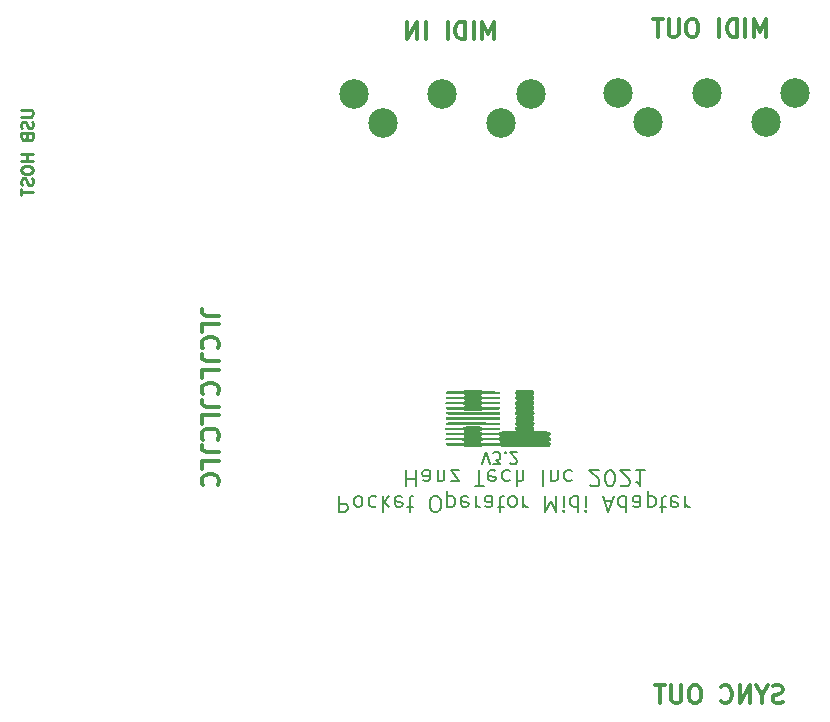
<source format=gbr>
%TF.GenerationSoftware,KiCad,Pcbnew,(6.0.2)*%
%TF.CreationDate,2022-02-23T01:17:56-05:00*%
%TF.ProjectId,bottom,626f7474-6f6d-42e6-9b69-6361645f7063,rev?*%
%TF.SameCoordinates,Original*%
%TF.FileFunction,Legend,Bot*%
%TF.FilePolarity,Positive*%
%FSLAX46Y46*%
G04 Gerber Fmt 4.6, Leading zero omitted, Abs format (unit mm)*
G04 Created by KiCad (PCBNEW (6.0.2)) date 2022-02-23 01:17:56*
%MOMM*%
%LPD*%
G01*
G04 APERTURE LIST*
%ADD10C,0.200000*%
%ADD11C,0.150000*%
%ADD12C,0.250000*%
%ADD13C,0.300000*%
%ADD14C,0.010000*%
%ADD15C,2.499360*%
G04 APERTURE END LIST*
D10*
X145098828Y-110129535D02*
X145098828Y-111479535D01*
X145613114Y-111479535D01*
X145741685Y-111415250D01*
X145805971Y-111350964D01*
X145870257Y-111222392D01*
X145870257Y-111029535D01*
X145805971Y-110900964D01*
X145741685Y-110836678D01*
X145613114Y-110772392D01*
X145098828Y-110772392D01*
X146641685Y-110129535D02*
X146513114Y-110193821D01*
X146448828Y-110258107D01*
X146384542Y-110386678D01*
X146384542Y-110772392D01*
X146448828Y-110900964D01*
X146513114Y-110965250D01*
X146641685Y-111029535D01*
X146834542Y-111029535D01*
X146963114Y-110965250D01*
X147027400Y-110900964D01*
X147091685Y-110772392D01*
X147091685Y-110386678D01*
X147027400Y-110258107D01*
X146963114Y-110193821D01*
X146834542Y-110129535D01*
X146641685Y-110129535D01*
X148248828Y-110193821D02*
X148120257Y-110129535D01*
X147863114Y-110129535D01*
X147734542Y-110193821D01*
X147670257Y-110258107D01*
X147605971Y-110386678D01*
X147605971Y-110772392D01*
X147670257Y-110900964D01*
X147734542Y-110965250D01*
X147863114Y-111029535D01*
X148120257Y-111029535D01*
X148248828Y-110965250D01*
X148827400Y-110129535D02*
X148827400Y-111479535D01*
X148955971Y-110643821D02*
X149341685Y-110129535D01*
X149341685Y-111029535D02*
X148827400Y-110515250D01*
X150434542Y-110193821D02*
X150305971Y-110129535D01*
X150048828Y-110129535D01*
X149920257Y-110193821D01*
X149855971Y-110322392D01*
X149855971Y-110836678D01*
X149920257Y-110965250D01*
X150048828Y-111029535D01*
X150305971Y-111029535D01*
X150434542Y-110965250D01*
X150498828Y-110836678D01*
X150498828Y-110708107D01*
X149855971Y-110579535D01*
X150884542Y-111029535D02*
X151398828Y-111029535D01*
X151077400Y-111479535D02*
X151077400Y-110322392D01*
X151141685Y-110193821D01*
X151270257Y-110129535D01*
X151398828Y-110129535D01*
X153134542Y-111479535D02*
X153391685Y-111479535D01*
X153520257Y-111415250D01*
X153648828Y-111286678D01*
X153713114Y-111029535D01*
X153713114Y-110579535D01*
X153648828Y-110322392D01*
X153520257Y-110193821D01*
X153391685Y-110129535D01*
X153134542Y-110129535D01*
X153005971Y-110193821D01*
X152877400Y-110322392D01*
X152813114Y-110579535D01*
X152813114Y-111029535D01*
X152877400Y-111286678D01*
X153005971Y-111415250D01*
X153134542Y-111479535D01*
X154291685Y-111029535D02*
X154291685Y-109679535D01*
X154291685Y-110965250D02*
X154420257Y-111029535D01*
X154677400Y-111029535D01*
X154805971Y-110965250D01*
X154870257Y-110900964D01*
X154934542Y-110772392D01*
X154934542Y-110386678D01*
X154870257Y-110258107D01*
X154805971Y-110193821D01*
X154677400Y-110129535D01*
X154420257Y-110129535D01*
X154291685Y-110193821D01*
X156027400Y-110193821D02*
X155898828Y-110129535D01*
X155641685Y-110129535D01*
X155513114Y-110193821D01*
X155448828Y-110322392D01*
X155448828Y-110836678D01*
X155513114Y-110965250D01*
X155641685Y-111029535D01*
X155898828Y-111029535D01*
X156027400Y-110965250D01*
X156091685Y-110836678D01*
X156091685Y-110708107D01*
X155448828Y-110579535D01*
X156670257Y-110129535D02*
X156670257Y-111029535D01*
X156670257Y-110772392D02*
X156734542Y-110900964D01*
X156798828Y-110965250D01*
X156927400Y-111029535D01*
X157055971Y-111029535D01*
X158084542Y-110129535D02*
X158084542Y-110836678D01*
X158020257Y-110965250D01*
X157891685Y-111029535D01*
X157634542Y-111029535D01*
X157505971Y-110965250D01*
X158084542Y-110193821D02*
X157955971Y-110129535D01*
X157634542Y-110129535D01*
X157505971Y-110193821D01*
X157441685Y-110322392D01*
X157441685Y-110450964D01*
X157505971Y-110579535D01*
X157634542Y-110643821D01*
X157955971Y-110643821D01*
X158084542Y-110708107D01*
X158534542Y-111029535D02*
X159048828Y-111029535D01*
X158727400Y-111479535D02*
X158727400Y-110322392D01*
X158791685Y-110193821D01*
X158920257Y-110129535D01*
X159048828Y-110129535D01*
X159691685Y-110129535D02*
X159563114Y-110193821D01*
X159498828Y-110258107D01*
X159434542Y-110386678D01*
X159434542Y-110772392D01*
X159498828Y-110900964D01*
X159563114Y-110965250D01*
X159691685Y-111029535D01*
X159884542Y-111029535D01*
X160013114Y-110965250D01*
X160077400Y-110900964D01*
X160141685Y-110772392D01*
X160141685Y-110386678D01*
X160077400Y-110258107D01*
X160013114Y-110193821D01*
X159884542Y-110129535D01*
X159691685Y-110129535D01*
X160720257Y-110129535D02*
X160720257Y-111029535D01*
X160720257Y-110772392D02*
X160784542Y-110900964D01*
X160848828Y-110965250D01*
X160977400Y-111029535D01*
X161105971Y-111029535D01*
X162584542Y-110129535D02*
X162584542Y-111479535D01*
X163034542Y-110515250D01*
X163484542Y-111479535D01*
X163484542Y-110129535D01*
X164127400Y-110129535D02*
X164127400Y-111029535D01*
X164127400Y-111479535D02*
X164063114Y-111415250D01*
X164127400Y-111350964D01*
X164191685Y-111415250D01*
X164127400Y-111479535D01*
X164127400Y-111350964D01*
X165348828Y-110129535D02*
X165348828Y-111479535D01*
X165348828Y-110193821D02*
X165220257Y-110129535D01*
X164963114Y-110129535D01*
X164834542Y-110193821D01*
X164770257Y-110258107D01*
X164705971Y-110386678D01*
X164705971Y-110772392D01*
X164770257Y-110900964D01*
X164834542Y-110965250D01*
X164963114Y-111029535D01*
X165220257Y-111029535D01*
X165348828Y-110965250D01*
X165991685Y-110129535D02*
X165991685Y-111029535D01*
X165991685Y-111479535D02*
X165927400Y-111415250D01*
X165991685Y-111350964D01*
X166055971Y-111415250D01*
X165991685Y-111479535D01*
X165991685Y-111350964D01*
X167598828Y-110515250D02*
X168241685Y-110515250D01*
X167470257Y-110129535D02*
X167920257Y-111479535D01*
X168370257Y-110129535D01*
X169398828Y-110129535D02*
X169398828Y-111479535D01*
X169398828Y-110193821D02*
X169270257Y-110129535D01*
X169013114Y-110129535D01*
X168884542Y-110193821D01*
X168820257Y-110258107D01*
X168755971Y-110386678D01*
X168755971Y-110772392D01*
X168820257Y-110900964D01*
X168884542Y-110965250D01*
X169013114Y-111029535D01*
X169270257Y-111029535D01*
X169398828Y-110965250D01*
X170620257Y-110129535D02*
X170620257Y-110836678D01*
X170555971Y-110965250D01*
X170427400Y-111029535D01*
X170170257Y-111029535D01*
X170041685Y-110965250D01*
X170620257Y-110193821D02*
X170491685Y-110129535D01*
X170170257Y-110129535D01*
X170041685Y-110193821D01*
X169977400Y-110322392D01*
X169977400Y-110450964D01*
X170041685Y-110579535D01*
X170170257Y-110643821D01*
X170491685Y-110643821D01*
X170620257Y-110708107D01*
X171263114Y-111029535D02*
X171263114Y-109679535D01*
X171263114Y-110965250D02*
X171391685Y-111029535D01*
X171648828Y-111029535D01*
X171777400Y-110965250D01*
X171841685Y-110900964D01*
X171905971Y-110772392D01*
X171905971Y-110386678D01*
X171841685Y-110258107D01*
X171777400Y-110193821D01*
X171648828Y-110129535D01*
X171391685Y-110129535D01*
X171263114Y-110193821D01*
X172291685Y-111029535D02*
X172805971Y-111029535D01*
X172484542Y-111479535D02*
X172484542Y-110322392D01*
X172548828Y-110193821D01*
X172677400Y-110129535D01*
X172805971Y-110129535D01*
X173770257Y-110193821D02*
X173641685Y-110129535D01*
X173384542Y-110129535D01*
X173255971Y-110193821D01*
X173191685Y-110322392D01*
X173191685Y-110836678D01*
X173255971Y-110965250D01*
X173384542Y-111029535D01*
X173641685Y-111029535D01*
X173770257Y-110965250D01*
X173834542Y-110836678D01*
X173834542Y-110708107D01*
X173191685Y-110579535D01*
X174413114Y-110129535D02*
X174413114Y-111029535D01*
X174413114Y-110772392D02*
X174477400Y-110900964D01*
X174541685Y-110965250D01*
X174670257Y-111029535D01*
X174798828Y-111029535D01*
X150820257Y-107956035D02*
X150820257Y-109306035D01*
X150820257Y-108663178D02*
X151591685Y-108663178D01*
X151591685Y-107956035D02*
X151591685Y-109306035D01*
X152813114Y-107956035D02*
X152813114Y-108663178D01*
X152748828Y-108791750D01*
X152620257Y-108856035D01*
X152363114Y-108856035D01*
X152234542Y-108791750D01*
X152813114Y-108020321D02*
X152684542Y-107956035D01*
X152363114Y-107956035D01*
X152234542Y-108020321D01*
X152170257Y-108148892D01*
X152170257Y-108277464D01*
X152234542Y-108406035D01*
X152363114Y-108470321D01*
X152684542Y-108470321D01*
X152813114Y-108534607D01*
X153455971Y-108856035D02*
X153455971Y-107956035D01*
X153455971Y-108727464D02*
X153520257Y-108791750D01*
X153648828Y-108856035D01*
X153841685Y-108856035D01*
X153970257Y-108791750D01*
X154034542Y-108663178D01*
X154034542Y-107956035D01*
X154548828Y-108856035D02*
X155255971Y-108856035D01*
X154548828Y-107956035D01*
X155255971Y-107956035D01*
X156605971Y-109306035D02*
X157377400Y-109306035D01*
X156991685Y-107956035D02*
X156991685Y-109306035D01*
X158341685Y-108020321D02*
X158213114Y-107956035D01*
X157955971Y-107956035D01*
X157827400Y-108020321D01*
X157763114Y-108148892D01*
X157763114Y-108663178D01*
X157827400Y-108791750D01*
X157955971Y-108856035D01*
X158213114Y-108856035D01*
X158341685Y-108791750D01*
X158405971Y-108663178D01*
X158405971Y-108534607D01*
X157763114Y-108406035D01*
X159563114Y-108020321D02*
X159434542Y-107956035D01*
X159177400Y-107956035D01*
X159048828Y-108020321D01*
X158984542Y-108084607D01*
X158920257Y-108213178D01*
X158920257Y-108598892D01*
X158984542Y-108727464D01*
X159048828Y-108791750D01*
X159177400Y-108856035D01*
X159434542Y-108856035D01*
X159563114Y-108791750D01*
X160141685Y-107956035D02*
X160141685Y-109306035D01*
X160720257Y-107956035D02*
X160720257Y-108663178D01*
X160655971Y-108791750D01*
X160527400Y-108856035D01*
X160334542Y-108856035D01*
X160205971Y-108791750D01*
X160141685Y-108727464D01*
X162391685Y-107956035D02*
X162391685Y-109306035D01*
X163034542Y-108856035D02*
X163034542Y-107956035D01*
X163034542Y-108727464D02*
X163098828Y-108791750D01*
X163227400Y-108856035D01*
X163420257Y-108856035D01*
X163548828Y-108791750D01*
X163613114Y-108663178D01*
X163613114Y-107956035D01*
X164834542Y-108020321D02*
X164705971Y-107956035D01*
X164448828Y-107956035D01*
X164320257Y-108020321D01*
X164255971Y-108084607D01*
X164191685Y-108213178D01*
X164191685Y-108598892D01*
X164255971Y-108727464D01*
X164320257Y-108791750D01*
X164448828Y-108856035D01*
X164705971Y-108856035D01*
X164834542Y-108791750D01*
X166377400Y-109177464D02*
X166441685Y-109241750D01*
X166570257Y-109306035D01*
X166891685Y-109306035D01*
X167020257Y-109241750D01*
X167084542Y-109177464D01*
X167148828Y-109048892D01*
X167148828Y-108920321D01*
X167084542Y-108727464D01*
X166313114Y-107956035D01*
X167148828Y-107956035D01*
X167984542Y-109306035D02*
X168113114Y-109306035D01*
X168241685Y-109241750D01*
X168305971Y-109177464D01*
X168370257Y-109048892D01*
X168434542Y-108791750D01*
X168434542Y-108470321D01*
X168370257Y-108213178D01*
X168305971Y-108084607D01*
X168241685Y-108020321D01*
X168113114Y-107956035D01*
X167984542Y-107956035D01*
X167855971Y-108020321D01*
X167791685Y-108084607D01*
X167727400Y-108213178D01*
X167663114Y-108470321D01*
X167663114Y-108791750D01*
X167727400Y-109048892D01*
X167791685Y-109177464D01*
X167855971Y-109241750D01*
X167984542Y-109306035D01*
X168948828Y-109177464D02*
X169013114Y-109241750D01*
X169141685Y-109306035D01*
X169463114Y-109306035D01*
X169591685Y-109241750D01*
X169655971Y-109177464D01*
X169720257Y-109048892D01*
X169720257Y-108920321D01*
X169655971Y-108727464D01*
X168884542Y-107956035D01*
X169720257Y-107956035D01*
X171005971Y-107956035D02*
X170234542Y-107956035D01*
X170620257Y-107956035D02*
X170620257Y-109306035D01*
X170491685Y-109113178D01*
X170363114Y-108984607D01*
X170234542Y-108920321D01*
D11*
X157228590Y-107432619D02*
X157561923Y-106432619D01*
X157895257Y-107432619D01*
X158133352Y-107432619D02*
X158752400Y-107432619D01*
X158419066Y-107051666D01*
X158561923Y-107051666D01*
X158657161Y-107004047D01*
X158704780Y-106956428D01*
X158752400Y-106861190D01*
X158752400Y-106623095D01*
X158704780Y-106527857D01*
X158657161Y-106480238D01*
X158561923Y-106432619D01*
X158276209Y-106432619D01*
X158180971Y-106480238D01*
X158133352Y-106527857D01*
X159180971Y-106527857D02*
X159228590Y-106480238D01*
X159180971Y-106432619D01*
X159133352Y-106480238D01*
X159180971Y-106527857D01*
X159180971Y-106432619D01*
X159609542Y-107337380D02*
X159657161Y-107385000D01*
X159752400Y-107432619D01*
X159990495Y-107432619D01*
X160085733Y-107385000D01*
X160133352Y-107337380D01*
X160180971Y-107242142D01*
X160180971Y-107146904D01*
X160133352Y-107004047D01*
X159561923Y-106432619D01*
X160180971Y-106432619D01*
D12*
X118204780Y-77432380D02*
X119014304Y-77432380D01*
X119109542Y-77480000D01*
X119157161Y-77527619D01*
X119204780Y-77622857D01*
X119204780Y-77813333D01*
X119157161Y-77908571D01*
X119109542Y-77956190D01*
X119014304Y-78003809D01*
X118204780Y-78003809D01*
X119157161Y-78432380D02*
X119204780Y-78575238D01*
X119204780Y-78813333D01*
X119157161Y-78908571D01*
X119109542Y-78956190D01*
X119014304Y-79003809D01*
X118919066Y-79003809D01*
X118823828Y-78956190D01*
X118776209Y-78908571D01*
X118728590Y-78813333D01*
X118680971Y-78622857D01*
X118633352Y-78527619D01*
X118585733Y-78480000D01*
X118490495Y-78432380D01*
X118395257Y-78432380D01*
X118300019Y-78480000D01*
X118252400Y-78527619D01*
X118204780Y-78622857D01*
X118204780Y-78860952D01*
X118252400Y-79003809D01*
X118680971Y-79765714D02*
X118728590Y-79908571D01*
X118776209Y-79956190D01*
X118871447Y-80003809D01*
X119014304Y-80003809D01*
X119109542Y-79956190D01*
X119157161Y-79908571D01*
X119204780Y-79813333D01*
X119204780Y-79432380D01*
X118204780Y-79432380D01*
X118204780Y-79765714D01*
X118252400Y-79860952D01*
X118300019Y-79908571D01*
X118395257Y-79956190D01*
X118490495Y-79956190D01*
X118585733Y-79908571D01*
X118633352Y-79860952D01*
X118680971Y-79765714D01*
X118680971Y-79432380D01*
X119204780Y-81194285D02*
X118204780Y-81194285D01*
X118680971Y-81194285D02*
X118680971Y-81765714D01*
X119204780Y-81765714D02*
X118204780Y-81765714D01*
X118204780Y-82432380D02*
X118204780Y-82622857D01*
X118252400Y-82718095D01*
X118347638Y-82813333D01*
X118538114Y-82860952D01*
X118871447Y-82860952D01*
X119061923Y-82813333D01*
X119157161Y-82718095D01*
X119204780Y-82622857D01*
X119204780Y-82432380D01*
X119157161Y-82337142D01*
X119061923Y-82241904D01*
X118871447Y-82194285D01*
X118538114Y-82194285D01*
X118347638Y-82241904D01*
X118252400Y-82337142D01*
X118204780Y-82432380D01*
X119157161Y-83241904D02*
X119204780Y-83384761D01*
X119204780Y-83622857D01*
X119157161Y-83718095D01*
X119109542Y-83765714D01*
X119014304Y-83813333D01*
X118919066Y-83813333D01*
X118823828Y-83765714D01*
X118776209Y-83718095D01*
X118728590Y-83622857D01*
X118680971Y-83432380D01*
X118633352Y-83337142D01*
X118585733Y-83289523D01*
X118490495Y-83241904D01*
X118395257Y-83241904D01*
X118300019Y-83289523D01*
X118252400Y-83337142D01*
X118204780Y-83432380D01*
X118204780Y-83670476D01*
X118252400Y-83813333D01*
X118204780Y-84099047D02*
X118204780Y-84670476D01*
X119204780Y-84384761D02*
X118204780Y-84384761D01*
D13*
X134973828Y-94851428D02*
X133902400Y-94851428D01*
X133688114Y-94780000D01*
X133545257Y-94637142D01*
X133473828Y-94422857D01*
X133473828Y-94280000D01*
X133473828Y-96280000D02*
X133473828Y-95565714D01*
X134973828Y-95565714D01*
X133616685Y-97637142D02*
X133545257Y-97565714D01*
X133473828Y-97351428D01*
X133473828Y-97208571D01*
X133545257Y-96994285D01*
X133688114Y-96851428D01*
X133830971Y-96780000D01*
X134116685Y-96708571D01*
X134330971Y-96708571D01*
X134616685Y-96780000D01*
X134759542Y-96851428D01*
X134902400Y-96994285D01*
X134973828Y-97208571D01*
X134973828Y-97351428D01*
X134902400Y-97565714D01*
X134830971Y-97637142D01*
X134973828Y-98708571D02*
X133902400Y-98708571D01*
X133688114Y-98637142D01*
X133545257Y-98494285D01*
X133473828Y-98280000D01*
X133473828Y-98137142D01*
X133473828Y-100137142D02*
X133473828Y-99422857D01*
X134973828Y-99422857D01*
X133616685Y-101494285D02*
X133545257Y-101422857D01*
X133473828Y-101208571D01*
X133473828Y-101065714D01*
X133545257Y-100851428D01*
X133688114Y-100708571D01*
X133830971Y-100637142D01*
X134116685Y-100565714D01*
X134330971Y-100565714D01*
X134616685Y-100637142D01*
X134759542Y-100708571D01*
X134902400Y-100851428D01*
X134973828Y-101065714D01*
X134973828Y-101208571D01*
X134902400Y-101422857D01*
X134830971Y-101494285D01*
X134973828Y-102565714D02*
X133902400Y-102565714D01*
X133688114Y-102494285D01*
X133545257Y-102351428D01*
X133473828Y-102137142D01*
X133473828Y-101994285D01*
X133473828Y-103994285D02*
X133473828Y-103280000D01*
X134973828Y-103280000D01*
X133616685Y-105351428D02*
X133545257Y-105280000D01*
X133473828Y-105065714D01*
X133473828Y-104922857D01*
X133545257Y-104708571D01*
X133688114Y-104565714D01*
X133830971Y-104494285D01*
X134116685Y-104422857D01*
X134330971Y-104422857D01*
X134616685Y-104494285D01*
X134759542Y-104565714D01*
X134902400Y-104708571D01*
X134973828Y-104922857D01*
X134973828Y-105065714D01*
X134902400Y-105280000D01*
X134830971Y-105351428D01*
X134973828Y-106422857D02*
X133902400Y-106422857D01*
X133688114Y-106351428D01*
X133545257Y-106208571D01*
X133473828Y-105994285D01*
X133473828Y-105851428D01*
X133473828Y-107851428D02*
X133473828Y-107137142D01*
X134973828Y-107137142D01*
X133616685Y-109208571D02*
X133545257Y-109137142D01*
X133473828Y-108922857D01*
X133473828Y-108780000D01*
X133545257Y-108565714D01*
X133688114Y-108422857D01*
X133830971Y-108351428D01*
X134116685Y-108280000D01*
X134330971Y-108280000D01*
X134616685Y-108351428D01*
X134759542Y-108422857D01*
X134902400Y-108565714D01*
X134973828Y-108780000D01*
X134973828Y-108922857D01*
X134902400Y-109137142D01*
X134830971Y-109208571D01*
X181230971Y-71258571D02*
X181230971Y-69758571D01*
X180730971Y-70830000D01*
X180230971Y-69758571D01*
X180230971Y-71258571D01*
X179516685Y-71258571D02*
X179516685Y-69758571D01*
X178802400Y-71258571D02*
X178802400Y-69758571D01*
X178445257Y-69758571D01*
X178230971Y-69830000D01*
X178088114Y-69972857D01*
X178016685Y-70115714D01*
X177945257Y-70401428D01*
X177945257Y-70615714D01*
X178016685Y-70901428D01*
X178088114Y-71044285D01*
X178230971Y-71187142D01*
X178445257Y-71258571D01*
X178802400Y-71258571D01*
X177302400Y-71258571D02*
X177302400Y-69758571D01*
X175159542Y-69758571D02*
X174873828Y-69758571D01*
X174730971Y-69830000D01*
X174588114Y-69972857D01*
X174516685Y-70258571D01*
X174516685Y-70758571D01*
X174588114Y-71044285D01*
X174730971Y-71187142D01*
X174873828Y-71258571D01*
X175159542Y-71258571D01*
X175302400Y-71187142D01*
X175445257Y-71044285D01*
X175516685Y-70758571D01*
X175516685Y-70258571D01*
X175445257Y-69972857D01*
X175302400Y-69830000D01*
X175159542Y-69758571D01*
X173873828Y-69758571D02*
X173873828Y-70972857D01*
X173802400Y-71115714D01*
X173730971Y-71187142D01*
X173588114Y-71258571D01*
X173302400Y-71258571D01*
X173159542Y-71187142D01*
X173088114Y-71115714D01*
X173016685Y-70972857D01*
X173016685Y-69758571D01*
X172516685Y-69758571D02*
X171659542Y-69758571D01*
X172088114Y-71258571D02*
X172088114Y-69758571D01*
X182673828Y-127587142D02*
X182459542Y-127658571D01*
X182102400Y-127658571D01*
X181959542Y-127587142D01*
X181888114Y-127515714D01*
X181816685Y-127372857D01*
X181816685Y-127230000D01*
X181888114Y-127087142D01*
X181959542Y-127015714D01*
X182102400Y-126944285D01*
X182388114Y-126872857D01*
X182530971Y-126801428D01*
X182602400Y-126730000D01*
X182673828Y-126587142D01*
X182673828Y-126444285D01*
X182602400Y-126301428D01*
X182530971Y-126230000D01*
X182388114Y-126158571D01*
X182030971Y-126158571D01*
X181816685Y-126230000D01*
X180888114Y-126944285D02*
X180888114Y-127658571D01*
X181388114Y-126158571D02*
X180888114Y-126944285D01*
X180388114Y-126158571D01*
X179888114Y-127658571D02*
X179888114Y-126158571D01*
X179030971Y-127658571D01*
X179030971Y-126158571D01*
X177459542Y-127515714D02*
X177530971Y-127587142D01*
X177745257Y-127658571D01*
X177888114Y-127658571D01*
X178102400Y-127587142D01*
X178245257Y-127444285D01*
X178316685Y-127301428D01*
X178388114Y-127015714D01*
X178388114Y-126801428D01*
X178316685Y-126515714D01*
X178245257Y-126372857D01*
X178102400Y-126230000D01*
X177888114Y-126158571D01*
X177745257Y-126158571D01*
X177530971Y-126230000D01*
X177459542Y-126301428D01*
X175388114Y-126158571D02*
X175102400Y-126158571D01*
X174959542Y-126230000D01*
X174816685Y-126372857D01*
X174745257Y-126658571D01*
X174745257Y-127158571D01*
X174816685Y-127444285D01*
X174959542Y-127587142D01*
X175102400Y-127658571D01*
X175388114Y-127658571D01*
X175530971Y-127587142D01*
X175673828Y-127444285D01*
X175745257Y-127158571D01*
X175745257Y-126658571D01*
X175673828Y-126372857D01*
X175530971Y-126230000D01*
X175388114Y-126158571D01*
X174102400Y-126158571D02*
X174102400Y-127372857D01*
X174030971Y-127515714D01*
X173959542Y-127587142D01*
X173816685Y-127658571D01*
X173530971Y-127658571D01*
X173388114Y-127587142D01*
X173316685Y-127515714D01*
X173245257Y-127372857D01*
X173245257Y-126158571D01*
X172745257Y-126158571D02*
X171888114Y-126158571D01*
X172316685Y-127658571D02*
X172316685Y-126158571D01*
X158230971Y-71458571D02*
X158230971Y-69958571D01*
X157730971Y-71030000D01*
X157230971Y-69958571D01*
X157230971Y-71458571D01*
X156516685Y-71458571D02*
X156516685Y-69958571D01*
X155802400Y-71458571D02*
X155802400Y-69958571D01*
X155445257Y-69958571D01*
X155230971Y-70030000D01*
X155088114Y-70172857D01*
X155016685Y-70315714D01*
X154945257Y-70601428D01*
X154945257Y-70815714D01*
X155016685Y-71101428D01*
X155088114Y-71244285D01*
X155230971Y-71387142D01*
X155445257Y-71458571D01*
X155802400Y-71458571D01*
X154302400Y-71458571D02*
X154302400Y-69958571D01*
X152445257Y-71458571D02*
X152445257Y-69958571D01*
X151730971Y-71458571D02*
X151730971Y-69958571D01*
X150873828Y-71458571D01*
X150873828Y-69958571D01*
D14*
%TO.C,G\u002A\u002A\u002A*%
X157135930Y-101474417D02*
X157170602Y-101421500D01*
X157170602Y-101421500D02*
X157906409Y-101421500D01*
X157906409Y-101421500D02*
X158104913Y-101421312D01*
X158104913Y-101421312D02*
X158265271Y-101420624D01*
X158265271Y-101420624D02*
X158391668Y-101419254D01*
X158391668Y-101419254D02*
X158488290Y-101417016D01*
X158488290Y-101417016D02*
X158559322Y-101413728D01*
X158559322Y-101413728D02*
X158608950Y-101409206D01*
X158608950Y-101409206D02*
X158641360Y-101403266D01*
X158641360Y-101403266D02*
X158660738Y-101395724D01*
X158660738Y-101395724D02*
X158670039Y-101387976D01*
X158670039Y-101387976D02*
X158686427Y-101347277D01*
X158686427Y-101347277D02*
X158675623Y-101319184D01*
X158675623Y-101319184D02*
X158666248Y-101309728D01*
X158666248Y-101309728D02*
X158648464Y-101302028D01*
X158648464Y-101302028D02*
X158618094Y-101295862D01*
X158618094Y-101295862D02*
X158570958Y-101291005D01*
X158570958Y-101291005D02*
X158502878Y-101287235D01*
X158502878Y-101287235D02*
X158409675Y-101284328D01*
X158409675Y-101284328D02*
X158287172Y-101282061D01*
X158287172Y-101282061D02*
X158131189Y-101280210D01*
X158131189Y-101280210D02*
X157937548Y-101278552D01*
X157937548Y-101278552D02*
X157911817Y-101278357D01*
X157911817Y-101278357D02*
X157170250Y-101272797D01*
X157170250Y-101272797D02*
X157135754Y-101220149D01*
X157135754Y-101220149D02*
X157101257Y-101167500D01*
X157101257Y-101167500D02*
X155727376Y-101167500D01*
X155727376Y-101167500D02*
X155692703Y-101220417D01*
X155692703Y-101220417D02*
X155658031Y-101273333D01*
X155658031Y-101273333D02*
X154921144Y-101273333D01*
X154921144Y-101273333D02*
X154721984Y-101273532D01*
X154721984Y-101273532D02*
X154560958Y-101274249D01*
X154560958Y-101274249D02*
X154433866Y-101275665D01*
X154433866Y-101275665D02*
X154336510Y-101277962D01*
X154336510Y-101277962D02*
X154264691Y-101281320D01*
X154264691Y-101281320D02*
X154214209Y-101285920D01*
X154214209Y-101285920D02*
X154180868Y-101291945D01*
X154180868Y-101291945D02*
X154160467Y-101299574D01*
X154160467Y-101299574D02*
X154151037Y-101306553D01*
X154151037Y-101306553D02*
X154129394Y-101344901D01*
X154129394Y-101344901D02*
X154139687Y-101380637D01*
X154139687Y-101380637D02*
X154147127Y-101391478D01*
X154147127Y-101391478D02*
X154159465Y-101400213D01*
X154159465Y-101400213D02*
X154180946Y-101407069D01*
X154180946Y-101407069D02*
X154215813Y-101412272D01*
X154215813Y-101412272D02*
X154268312Y-101416050D01*
X154268312Y-101416050D02*
X154342688Y-101418629D01*
X154342688Y-101418629D02*
X154443185Y-101420236D01*
X154443185Y-101420236D02*
X154574047Y-101421099D01*
X154574047Y-101421099D02*
X154739520Y-101421444D01*
X154739520Y-101421444D02*
X154903890Y-101421500D01*
X154903890Y-101421500D02*
X155646224Y-101421500D01*
X155646224Y-101421500D02*
X155687848Y-101474417D01*
X155687848Y-101474417D02*
X155729472Y-101527333D01*
X155729472Y-101527333D02*
X157101257Y-101527333D01*
X157101257Y-101527333D02*
X157135930Y-101474417D01*
X157135930Y-101474417D02*
X157135930Y-101474417D01*
G36*
X157135754Y-101220149D02*
G01*
X157170250Y-101272797D01*
X157911817Y-101278357D01*
X157937548Y-101278552D01*
X158131189Y-101280210D01*
X158287172Y-101282061D01*
X158409675Y-101284328D01*
X158502878Y-101287235D01*
X158570958Y-101291005D01*
X158618094Y-101295862D01*
X158648464Y-101302028D01*
X158666248Y-101309728D01*
X158675623Y-101319184D01*
X158686427Y-101347277D01*
X158670039Y-101387976D01*
X158660738Y-101395724D01*
X158641360Y-101403266D01*
X158608950Y-101409206D01*
X158559322Y-101413728D01*
X158488290Y-101417016D01*
X158391668Y-101419254D01*
X158265271Y-101420624D01*
X158104913Y-101421312D01*
X157906409Y-101421500D01*
X157170602Y-101421500D01*
X157135930Y-101474417D01*
X157101257Y-101527333D01*
X155729472Y-101527333D01*
X155687848Y-101474417D01*
X155646224Y-101421500D01*
X154903890Y-101421500D01*
X154739520Y-101421444D01*
X154574047Y-101421099D01*
X154443185Y-101420236D01*
X154342688Y-101418629D01*
X154268312Y-101416050D01*
X154215813Y-101412272D01*
X154180946Y-101407069D01*
X154159465Y-101400213D01*
X154147127Y-101391478D01*
X154139687Y-101380637D01*
X154129394Y-101344901D01*
X154151037Y-101306553D01*
X154160467Y-101299574D01*
X154180868Y-101291945D01*
X154214209Y-101285920D01*
X154264691Y-101281320D01*
X154336510Y-101277962D01*
X154433866Y-101275665D01*
X154560958Y-101274249D01*
X154721984Y-101273532D01*
X154921144Y-101273333D01*
X155658031Y-101273333D01*
X155692703Y-101220417D01*
X155727376Y-101167500D01*
X157101257Y-101167500D01*
X157135754Y-101220149D01*
G37*
X157135754Y-101220149D02*
X157170250Y-101272797D01*
X157911817Y-101278357D01*
X157937548Y-101278552D01*
X158131189Y-101280210D01*
X158287172Y-101282061D01*
X158409675Y-101284328D01*
X158502878Y-101287235D01*
X158570958Y-101291005D01*
X158618094Y-101295862D01*
X158648464Y-101302028D01*
X158666248Y-101309728D01*
X158675623Y-101319184D01*
X158686427Y-101347277D01*
X158670039Y-101387976D01*
X158660738Y-101395724D01*
X158641360Y-101403266D01*
X158608950Y-101409206D01*
X158559322Y-101413728D01*
X158488290Y-101417016D01*
X158391668Y-101419254D01*
X158265271Y-101420624D01*
X158104913Y-101421312D01*
X157906409Y-101421500D01*
X157170602Y-101421500D01*
X157135930Y-101474417D01*
X157101257Y-101527333D01*
X155729472Y-101527333D01*
X155687848Y-101474417D01*
X155646224Y-101421500D01*
X154903890Y-101421500D01*
X154739520Y-101421444D01*
X154574047Y-101421099D01*
X154443185Y-101420236D01*
X154342688Y-101418629D01*
X154268312Y-101416050D01*
X154215813Y-101412272D01*
X154180946Y-101407069D01*
X154159465Y-101400213D01*
X154147127Y-101391478D01*
X154139687Y-101380637D01*
X154129394Y-101344901D01*
X154151037Y-101306553D01*
X154160467Y-101299574D01*
X154180868Y-101291945D01*
X154214209Y-101285920D01*
X154264691Y-101281320D01*
X154336510Y-101277962D01*
X154433866Y-101275665D01*
X154560958Y-101274249D01*
X154721984Y-101273532D01*
X154921144Y-101273333D01*
X155658031Y-101273333D01*
X155692703Y-101220417D01*
X155727376Y-101167500D01*
X157101257Y-101167500D01*
X157135754Y-101220149D01*
X161524494Y-101476091D02*
X161565663Y-101405398D01*
X161565663Y-101405398D02*
X161573224Y-101326178D01*
X161573224Y-101326178D02*
X161547602Y-101252139D01*
X161547602Y-101252139D02*
X161516420Y-101215853D01*
X161516420Y-101215853D02*
X161499910Y-101202364D01*
X161499910Y-101202364D02*
X161482054Y-101191651D01*
X161482054Y-101191651D02*
X161458108Y-101183393D01*
X161458108Y-101183393D02*
X161423324Y-101177271D01*
X161423324Y-101177271D02*
X161372958Y-101172966D01*
X161372958Y-101172966D02*
X161302262Y-101170158D01*
X161302262Y-101170158D02*
X161206492Y-101168527D01*
X161206492Y-101168527D02*
X161080901Y-101167753D01*
X161080901Y-101167753D02*
X160920743Y-101167517D01*
X160920743Y-101167517D02*
X160798627Y-101167500D01*
X160798627Y-101167500D02*
X160613566Y-101167607D01*
X160613566Y-101167607D02*
X160466153Y-101168116D01*
X160466153Y-101168116D02*
X160351705Y-101169313D01*
X160351705Y-101169313D02*
X160265535Y-101171480D01*
X160265535Y-101171480D02*
X160202961Y-101174903D01*
X160202961Y-101174903D02*
X160159297Y-101179865D01*
X160159297Y-101179865D02*
X160129858Y-101186651D01*
X160129858Y-101186651D02*
X160109961Y-101195544D01*
X160109961Y-101195544D02*
X160094921Y-101206828D01*
X160094921Y-101206828D02*
X160090981Y-101210419D01*
X160090981Y-101210419D02*
X160051851Y-101260682D01*
X160051851Y-101260682D02*
X160031675Y-101306080D01*
X160031675Y-101306080D02*
X160031298Y-101371145D01*
X160031298Y-101371145D02*
X160053708Y-101440136D01*
X160053708Y-101440136D02*
X160091505Y-101493926D01*
X160091505Y-101493926D02*
X160109411Y-101506976D01*
X160109411Y-101506976D02*
X160140430Y-101512386D01*
X160140430Y-101512386D02*
X160209200Y-101517163D01*
X160209200Y-101517163D02*
X160311144Y-101521176D01*
X160311144Y-101521176D02*
X160441683Y-101524292D01*
X160441683Y-101524292D02*
X160596240Y-101526377D01*
X160596240Y-101526377D02*
X160770235Y-101527300D01*
X160770235Y-101527300D02*
X160811902Y-101527333D01*
X160811902Y-101527333D02*
X161476354Y-101527333D01*
X161476354Y-101527333D02*
X161524494Y-101476091D01*
X161524494Y-101476091D02*
X161524494Y-101476091D01*
G36*
X160920743Y-101167517D02*
G01*
X161080901Y-101167753D01*
X161206492Y-101168527D01*
X161302262Y-101170158D01*
X161372958Y-101172966D01*
X161423324Y-101177271D01*
X161458108Y-101183393D01*
X161482054Y-101191651D01*
X161499910Y-101202364D01*
X161516420Y-101215853D01*
X161547602Y-101252139D01*
X161573224Y-101326178D01*
X161565663Y-101405398D01*
X161524494Y-101476091D01*
X161476354Y-101527333D01*
X160811902Y-101527333D01*
X160770235Y-101527300D01*
X160596240Y-101526377D01*
X160441683Y-101524292D01*
X160311144Y-101521176D01*
X160209200Y-101517163D01*
X160140430Y-101512386D01*
X160109411Y-101506976D01*
X160091505Y-101493926D01*
X160053708Y-101440136D01*
X160031298Y-101371145D01*
X160031675Y-101306080D01*
X160051851Y-101260682D01*
X160090981Y-101210419D01*
X160094921Y-101206828D01*
X160109961Y-101195544D01*
X160129858Y-101186651D01*
X160159297Y-101179865D01*
X160202961Y-101174903D01*
X160265535Y-101171480D01*
X160351705Y-101169313D01*
X160466153Y-101168116D01*
X160613566Y-101167607D01*
X160798627Y-101167500D01*
X160920743Y-101167517D01*
G37*
X160920743Y-101167517D02*
X161080901Y-101167753D01*
X161206492Y-101168527D01*
X161302262Y-101170158D01*
X161372958Y-101172966D01*
X161423324Y-101177271D01*
X161458108Y-101183393D01*
X161482054Y-101191651D01*
X161499910Y-101202364D01*
X161516420Y-101215853D01*
X161547602Y-101252139D01*
X161573224Y-101326178D01*
X161565663Y-101405398D01*
X161524494Y-101476091D01*
X161476354Y-101527333D01*
X160811902Y-101527333D01*
X160770235Y-101527300D01*
X160596240Y-101526377D01*
X160441683Y-101524292D01*
X160311144Y-101521176D01*
X160209200Y-101517163D01*
X160140430Y-101512386D01*
X160109411Y-101506976D01*
X160091505Y-101493926D01*
X160053708Y-101440136D01*
X160031298Y-101371145D01*
X160031675Y-101306080D01*
X160051851Y-101260682D01*
X160090981Y-101210419D01*
X160094921Y-101206828D01*
X160109961Y-101195544D01*
X160129858Y-101186651D01*
X160159297Y-101179865D01*
X160202961Y-101174903D01*
X160265535Y-101171480D01*
X160351705Y-101169313D01*
X160466153Y-101168116D01*
X160613566Y-101167607D01*
X160798627Y-101167500D01*
X160920743Y-101167517D01*
X156565622Y-101971410D02*
X156716553Y-101970212D01*
X156716553Y-101970212D02*
X156849326Y-101968346D01*
X156849326Y-101968346D02*
X156958475Y-101965918D01*
X156958475Y-101965918D02*
X157038533Y-101963035D01*
X157038533Y-101963035D02*
X157084032Y-101959805D01*
X157084032Y-101959805D02*
X157091540Y-101958363D01*
X157091540Y-101958363D02*
X157125935Y-101929222D01*
X157125935Y-101929222D02*
X157145664Y-101894863D01*
X157145664Y-101894863D02*
X157164685Y-101844833D01*
X157164685Y-101844833D02*
X157915377Y-101844833D01*
X157915377Y-101844833D02*
X158134462Y-101844230D01*
X158134462Y-101844230D02*
X158318733Y-101842446D01*
X158318733Y-101842446D02*
X158466726Y-101839523D01*
X158466726Y-101839523D02*
X158576975Y-101835502D01*
X158576975Y-101835502D02*
X158648019Y-101830423D01*
X158648019Y-101830423D02*
X158678391Y-101824328D01*
X158678391Y-101824328D02*
X158679267Y-101823477D01*
X158679267Y-101823477D02*
X158684321Y-101787526D01*
X158684321Y-101787526D02*
X158679090Y-101759977D01*
X158679090Y-101759977D02*
X158674260Y-101748801D01*
X158674260Y-101748801D02*
X158664804Y-101739798D01*
X158664804Y-101739798D02*
X158646519Y-101732732D01*
X158646519Y-101732732D02*
X158615203Y-101727371D01*
X158615203Y-101727371D02*
X158566654Y-101723477D01*
X158566654Y-101723477D02*
X158496668Y-101720819D01*
X158496668Y-101720819D02*
X158401045Y-101719159D01*
X158401045Y-101719159D02*
X158275581Y-101718265D01*
X158275581Y-101718265D02*
X158116075Y-101717901D01*
X158116075Y-101717901D02*
X157924216Y-101717833D01*
X157924216Y-101717833D02*
X157182718Y-101717833D01*
X157182718Y-101717833D02*
X157064082Y-101590833D01*
X157064082Y-101590833D02*
X155764551Y-101590833D01*
X155764551Y-101590833D02*
X155645915Y-101717833D01*
X155645915Y-101717833D02*
X154903736Y-101717833D01*
X154903736Y-101717833D02*
X154706113Y-101717963D01*
X154706113Y-101717963D02*
X154546624Y-101718488D01*
X154546624Y-101718488D02*
X154421070Y-101719613D01*
X154421070Y-101719613D02*
X154325251Y-101721541D01*
X154325251Y-101721541D02*
X154254968Y-101724478D01*
X154254968Y-101724478D02*
X154206023Y-101728628D01*
X154206023Y-101728628D02*
X154174215Y-101734194D01*
X154174215Y-101734194D02*
X154155345Y-101741382D01*
X154155345Y-101741382D02*
X154145215Y-101750396D01*
X154145215Y-101750396D02*
X154142505Y-101754875D01*
X154142505Y-101754875D02*
X154131655Y-101777825D01*
X154131655Y-101777825D02*
X154127548Y-101796497D01*
X154127548Y-101796497D02*
X154133911Y-101811333D01*
X154133911Y-101811333D02*
X154154471Y-101822773D01*
X154154471Y-101822773D02*
X154192956Y-101831259D01*
X154192956Y-101831259D02*
X154253091Y-101837232D01*
X154253091Y-101837232D02*
X154338605Y-101841133D01*
X154338605Y-101841133D02*
X154453223Y-101843402D01*
X154453223Y-101843402D02*
X154600674Y-101844481D01*
X154600674Y-101844481D02*
X154784683Y-101844811D01*
X154784683Y-101844811D02*
X154902664Y-101844833D01*
X154902664Y-101844833D02*
X155124686Y-101845418D01*
X155124686Y-101845418D02*
X155309997Y-101847150D01*
X155309997Y-101847150D02*
X155457508Y-101850000D01*
X155457508Y-101850000D02*
X155566132Y-101853937D01*
X155566132Y-101853937D02*
X155634781Y-101858932D01*
X155634781Y-101858932D02*
X155662369Y-101864953D01*
X155662369Y-101864953D02*
X155662900Y-101866000D01*
X155662900Y-101866000D02*
X155676562Y-101895201D01*
X155676562Y-101895201D02*
X155705233Y-101929500D01*
X155705233Y-101929500D02*
X155718863Y-101941394D01*
X155718863Y-101941394D02*
X155736436Y-101950827D01*
X155736436Y-101950827D02*
X155762639Y-101958082D01*
X155762639Y-101958082D02*
X155802158Y-101963444D01*
X155802158Y-101963444D02*
X155859678Y-101967198D01*
X155859678Y-101967198D02*
X155939886Y-101969629D01*
X155939886Y-101969629D02*
X156047469Y-101971022D01*
X156047469Y-101971022D02*
X156187111Y-101971661D01*
X156187111Y-101971661D02*
X156363500Y-101971831D01*
X156363500Y-101971831D02*
X156402002Y-101971833D01*
X156402002Y-101971833D02*
X156565622Y-101971410D01*
X156565622Y-101971410D02*
X156565622Y-101971410D01*
G36*
X157182718Y-101717833D02*
G01*
X157924216Y-101717833D01*
X158116075Y-101717901D01*
X158275581Y-101718265D01*
X158401045Y-101719159D01*
X158496668Y-101720819D01*
X158566654Y-101723477D01*
X158615203Y-101727371D01*
X158646519Y-101732732D01*
X158664804Y-101739798D01*
X158674260Y-101748801D01*
X158679090Y-101759977D01*
X158684321Y-101787526D01*
X158679267Y-101823477D01*
X158678391Y-101824328D01*
X158648019Y-101830423D01*
X158576975Y-101835502D01*
X158466726Y-101839523D01*
X158318733Y-101842446D01*
X158134462Y-101844230D01*
X157915377Y-101844833D01*
X157164685Y-101844833D01*
X157145664Y-101894863D01*
X157125935Y-101929222D01*
X157091540Y-101958363D01*
X157084032Y-101959805D01*
X157038533Y-101963035D01*
X156958475Y-101965918D01*
X156849326Y-101968346D01*
X156716553Y-101970212D01*
X156565622Y-101971410D01*
X156402002Y-101971833D01*
X156363500Y-101971831D01*
X156187111Y-101971661D01*
X156047469Y-101971022D01*
X155939886Y-101969629D01*
X155859678Y-101967198D01*
X155802158Y-101963444D01*
X155762639Y-101958082D01*
X155736436Y-101950827D01*
X155718863Y-101941394D01*
X155705233Y-101929500D01*
X155676562Y-101895201D01*
X155662900Y-101866000D01*
X155662369Y-101864953D01*
X155634781Y-101858932D01*
X155566132Y-101853937D01*
X155457508Y-101850000D01*
X155309997Y-101847150D01*
X155124686Y-101845418D01*
X154902664Y-101844833D01*
X154784683Y-101844811D01*
X154600674Y-101844481D01*
X154453223Y-101843402D01*
X154338605Y-101841133D01*
X154253091Y-101837232D01*
X154192956Y-101831259D01*
X154154471Y-101822773D01*
X154133911Y-101811333D01*
X154127548Y-101796497D01*
X154131655Y-101777825D01*
X154142505Y-101754875D01*
X154145215Y-101750396D01*
X154155345Y-101741382D01*
X154174215Y-101734194D01*
X154206023Y-101728628D01*
X154254968Y-101724478D01*
X154325251Y-101721541D01*
X154421070Y-101719613D01*
X154546624Y-101718488D01*
X154706113Y-101717963D01*
X154903736Y-101717833D01*
X155645915Y-101717833D01*
X155764551Y-101590833D01*
X157064082Y-101590833D01*
X157182718Y-101717833D01*
G37*
X157182718Y-101717833D02*
X157924216Y-101717833D01*
X158116075Y-101717901D01*
X158275581Y-101718265D01*
X158401045Y-101719159D01*
X158496668Y-101720819D01*
X158566654Y-101723477D01*
X158615203Y-101727371D01*
X158646519Y-101732732D01*
X158664804Y-101739798D01*
X158674260Y-101748801D01*
X158679090Y-101759977D01*
X158684321Y-101787526D01*
X158679267Y-101823477D01*
X158678391Y-101824328D01*
X158648019Y-101830423D01*
X158576975Y-101835502D01*
X158466726Y-101839523D01*
X158318733Y-101842446D01*
X158134462Y-101844230D01*
X157915377Y-101844833D01*
X157164685Y-101844833D01*
X157145664Y-101894863D01*
X157125935Y-101929222D01*
X157091540Y-101958363D01*
X157084032Y-101959805D01*
X157038533Y-101963035D01*
X156958475Y-101965918D01*
X156849326Y-101968346D01*
X156716553Y-101970212D01*
X156565622Y-101971410D01*
X156402002Y-101971833D01*
X156363500Y-101971831D01*
X156187111Y-101971661D01*
X156047469Y-101971022D01*
X155939886Y-101969629D01*
X155859678Y-101967198D01*
X155802158Y-101963444D01*
X155762639Y-101958082D01*
X155736436Y-101950827D01*
X155718863Y-101941394D01*
X155705233Y-101929500D01*
X155676562Y-101895201D01*
X155662900Y-101866000D01*
X155662369Y-101864953D01*
X155634781Y-101858932D01*
X155566132Y-101853937D01*
X155457508Y-101850000D01*
X155309997Y-101847150D01*
X155124686Y-101845418D01*
X154902664Y-101844833D01*
X154784683Y-101844811D01*
X154600674Y-101844481D01*
X154453223Y-101843402D01*
X154338605Y-101841133D01*
X154253091Y-101837232D01*
X154192956Y-101831259D01*
X154154471Y-101822773D01*
X154133911Y-101811333D01*
X154127548Y-101796497D01*
X154131655Y-101777825D01*
X154142505Y-101754875D01*
X154145215Y-101750396D01*
X154155345Y-101741382D01*
X154174215Y-101734194D01*
X154206023Y-101728628D01*
X154254968Y-101724478D01*
X154325251Y-101721541D01*
X154421070Y-101719613D01*
X154546624Y-101718488D01*
X154706113Y-101717963D01*
X154903736Y-101717833D01*
X155645915Y-101717833D01*
X155764551Y-101590833D01*
X157064082Y-101590833D01*
X157182718Y-101717833D01*
X160989404Y-101971538D02*
X161140839Y-101970517D01*
X161140839Y-101970517D02*
X161258791Y-101968572D01*
X161258791Y-101968572D02*
X161347684Y-101965505D01*
X161347684Y-101965505D02*
X161411941Y-101961116D01*
X161411941Y-101961116D02*
X161455986Y-101955205D01*
X161455986Y-101955205D02*
X161484243Y-101947574D01*
X161484243Y-101947574D02*
X161498004Y-101940414D01*
X161498004Y-101940414D02*
X161548915Y-101882325D01*
X161548915Y-101882325D02*
X161571272Y-101808175D01*
X161571272Y-101808175D02*
X161565630Y-101730772D01*
X161565630Y-101730772D02*
X161532546Y-101662928D01*
X161532546Y-101662928D02*
X161484248Y-101622850D01*
X161484248Y-101622850D02*
X161444343Y-101613315D01*
X161444343Y-101613315D02*
X161368888Y-101605284D01*
X161368888Y-101605284D02*
X161264638Y-101598781D01*
X161264638Y-101598781D02*
X161138350Y-101593831D01*
X161138350Y-101593831D02*
X160996780Y-101590456D01*
X160996780Y-101590456D02*
X160846685Y-101588682D01*
X160846685Y-101588682D02*
X160694822Y-101588532D01*
X160694822Y-101588532D02*
X160547946Y-101590031D01*
X160547946Y-101590031D02*
X160412815Y-101593202D01*
X160412815Y-101593202D02*
X160296185Y-101598070D01*
X160296185Y-101598070D02*
X160204811Y-101604659D01*
X160204811Y-101604659D02*
X160145452Y-101612992D01*
X160145452Y-101612992D02*
X160129484Y-101618021D01*
X160129484Y-101618021D02*
X160063504Y-101671818D01*
X160063504Y-101671818D02*
X160030859Y-101743069D01*
X160030859Y-101743069D02*
X160033154Y-101821199D01*
X160033154Y-101821199D02*
X160071998Y-101895634D01*
X160071998Y-101895634D02*
X160085105Y-101909962D01*
X160085105Y-101909962D02*
X160146977Y-101971833D01*
X160146977Y-101971833D02*
X160800062Y-101971833D01*
X160800062Y-101971833D02*
X160989404Y-101971538D01*
X160989404Y-101971538D02*
X160989404Y-101971538D01*
G36*
X160846685Y-101588682D02*
G01*
X160996780Y-101590456D01*
X161138350Y-101593831D01*
X161264638Y-101598781D01*
X161368888Y-101605284D01*
X161444343Y-101613315D01*
X161484248Y-101622850D01*
X161532546Y-101662928D01*
X161565630Y-101730772D01*
X161571272Y-101808175D01*
X161548915Y-101882325D01*
X161498004Y-101940414D01*
X161484243Y-101947574D01*
X161455986Y-101955205D01*
X161411941Y-101961116D01*
X161347684Y-101965505D01*
X161258791Y-101968572D01*
X161140839Y-101970517D01*
X160989404Y-101971538D01*
X160800062Y-101971833D01*
X160146977Y-101971833D01*
X160085105Y-101909962D01*
X160071998Y-101895634D01*
X160033154Y-101821199D01*
X160030859Y-101743069D01*
X160063504Y-101671818D01*
X160129484Y-101618021D01*
X160145452Y-101612992D01*
X160204811Y-101604659D01*
X160296185Y-101598070D01*
X160412815Y-101593202D01*
X160547946Y-101590031D01*
X160694822Y-101588532D01*
X160846685Y-101588682D01*
G37*
X160846685Y-101588682D02*
X160996780Y-101590456D01*
X161138350Y-101593831D01*
X161264638Y-101598781D01*
X161368888Y-101605284D01*
X161444343Y-101613315D01*
X161484248Y-101622850D01*
X161532546Y-101662928D01*
X161565630Y-101730772D01*
X161571272Y-101808175D01*
X161548915Y-101882325D01*
X161498004Y-101940414D01*
X161484243Y-101947574D01*
X161455986Y-101955205D01*
X161411941Y-101961116D01*
X161347684Y-101965505D01*
X161258791Y-101968572D01*
X161140839Y-101970517D01*
X160989404Y-101971538D01*
X160800062Y-101971833D01*
X160146977Y-101971833D01*
X160085105Y-101909962D01*
X160071998Y-101895634D01*
X160033154Y-101821199D01*
X160030859Y-101743069D01*
X160063504Y-101671818D01*
X160129484Y-101618021D01*
X160145452Y-101612992D01*
X160204811Y-101604659D01*
X160296185Y-101598070D01*
X160412815Y-101593202D01*
X160547946Y-101590031D01*
X160694822Y-101588532D01*
X160846685Y-101588682D01*
X157182718Y-102289333D02*
X157924216Y-102289333D01*
X157924216Y-102289333D02*
X158120876Y-102289261D01*
X158120876Y-102289261D02*
X158279406Y-102288886D01*
X158279406Y-102288886D02*
X158404006Y-102287974D01*
X158404006Y-102287974D02*
X158498881Y-102286291D01*
X158498881Y-102286291D02*
X158568231Y-102283601D01*
X158568231Y-102283601D02*
X158616259Y-102279672D01*
X158616259Y-102279672D02*
X158647167Y-102274267D01*
X158647167Y-102274267D02*
X158665157Y-102267152D01*
X158665157Y-102267152D02*
X158674433Y-102258093D01*
X158674433Y-102258093D02*
X158679090Y-102247190D01*
X158679090Y-102247190D02*
X158684367Y-102203156D01*
X158684367Y-102203156D02*
X158679267Y-102183690D01*
X158679267Y-102183690D02*
X158654199Y-102177466D01*
X158654199Y-102177466D02*
X158588276Y-102172254D01*
X158588276Y-102172254D02*
X158482961Y-102168095D01*
X158482961Y-102168095D02*
X158339722Y-102165029D01*
X158339722Y-102165029D02*
X158160024Y-102163098D01*
X158160024Y-102163098D02*
X157945333Y-102162343D01*
X157945333Y-102162343D02*
X157915901Y-102162333D01*
X157915901Y-102162333D02*
X157695610Y-102161742D01*
X157695610Y-102161742D02*
X157511967Y-102159987D01*
X157511967Y-102159987D02*
X157366080Y-102157101D01*
X157366080Y-102157101D02*
X157259057Y-102153114D01*
X157259057Y-102153114D02*
X157192007Y-102148058D01*
X157192007Y-102148058D02*
X157166036Y-102141965D01*
X157166036Y-102141965D02*
X157165733Y-102141167D01*
X157165733Y-102141167D02*
X157152071Y-102111966D01*
X157152071Y-102111966D02*
X157123400Y-102077667D01*
X157123400Y-102077667D02*
X157109897Y-102065872D01*
X157109897Y-102065872D02*
X157092489Y-102056496D01*
X157092489Y-102056496D02*
X157066539Y-102049263D01*
X157066539Y-102049263D02*
X157027410Y-102043894D01*
X157027410Y-102043894D02*
X156970464Y-102040114D01*
X156970464Y-102040114D02*
X156891064Y-102037645D01*
X156891064Y-102037645D02*
X156784573Y-102036211D01*
X156784573Y-102036211D02*
X156646354Y-102035535D01*
X156646354Y-102035535D02*
X156471769Y-102035340D01*
X156471769Y-102035340D02*
X156414317Y-102035333D01*
X156414317Y-102035333D02*
X156228443Y-102035442D01*
X156228443Y-102035442D02*
X156080265Y-102035952D01*
X156080265Y-102035952D02*
X155965146Y-102037140D01*
X155965146Y-102037140D02*
X155878448Y-102039284D01*
X155878448Y-102039284D02*
X155815535Y-102042659D01*
X155815535Y-102042659D02*
X155771768Y-102047544D01*
X155771768Y-102047544D02*
X155742512Y-102054214D01*
X155742512Y-102054214D02*
X155723128Y-102062947D01*
X155723128Y-102062947D02*
X155708979Y-102074019D01*
X155708979Y-102074019D02*
X155705233Y-102077667D01*
X155705233Y-102077667D02*
X155674156Y-102115575D01*
X155674156Y-102115575D02*
X155662900Y-102141167D01*
X155662900Y-102141167D02*
X155641920Y-102147350D01*
X155641920Y-102147350D02*
X155579708Y-102152511D01*
X155579708Y-102152511D02*
X155477350Y-102156618D01*
X155477350Y-102156618D02*
X155335937Y-102159642D01*
X155335937Y-102159642D02*
X155156555Y-102161553D01*
X155156555Y-102161553D02*
X154940294Y-102162319D01*
X154940294Y-102162319D02*
X154903164Y-102162333D01*
X154903164Y-102162333D02*
X154702327Y-102162487D01*
X154702327Y-102162487D02*
X154539754Y-102163069D01*
X154539754Y-102163069D02*
X154411374Y-102164261D01*
X154411374Y-102164261D02*
X154313121Y-102166243D01*
X154313121Y-102166243D02*
X154240923Y-102169197D01*
X154240923Y-102169197D02*
X154190713Y-102173304D01*
X154190713Y-102173304D02*
X154158420Y-102178746D01*
X154158420Y-102178746D02*
X154139977Y-102185704D01*
X154139977Y-102185704D02*
X154131314Y-102194359D01*
X154131314Y-102194359D02*
X154130216Y-102196766D01*
X154130216Y-102196766D02*
X154122796Y-102220239D01*
X154122796Y-102220239D02*
X154122822Y-102239373D01*
X154122822Y-102239373D02*
X154134033Y-102254610D01*
X154134033Y-102254610D02*
X154160169Y-102266392D01*
X154160169Y-102266392D02*
X154204969Y-102275163D01*
X154204969Y-102275163D02*
X154272173Y-102281364D01*
X154272173Y-102281364D02*
X154365519Y-102285438D01*
X154365519Y-102285438D02*
X154488747Y-102287826D01*
X154488747Y-102287826D02*
X154645597Y-102288973D01*
X154645597Y-102288973D02*
X154839807Y-102289319D01*
X154839807Y-102289319D02*
X154912649Y-102289333D01*
X154912649Y-102289333D02*
X155110093Y-102289393D01*
X155110093Y-102289393D02*
X155269393Y-102289732D01*
X155269393Y-102289732D02*
X155394738Y-102290591D01*
X155394738Y-102290591D02*
X155490319Y-102292207D01*
X155490319Y-102292207D02*
X155560324Y-102294823D01*
X155560324Y-102294823D02*
X155608943Y-102298676D01*
X155608943Y-102298676D02*
X155640366Y-102304007D01*
X155640366Y-102304007D02*
X155658781Y-102311055D01*
X155658781Y-102311055D02*
X155668378Y-102320060D01*
X155668378Y-102320060D02*
X155673347Y-102331262D01*
X155673347Y-102331262D02*
X155673868Y-102332879D01*
X155673868Y-102332879D02*
X155703283Y-102373389D01*
X155703283Y-102373389D02*
X155740172Y-102396379D01*
X155740172Y-102396379D02*
X155774105Y-102401420D01*
X155774105Y-102401420D02*
X155844616Y-102405993D01*
X155844616Y-102405993D02*
X155945947Y-102409931D01*
X155945947Y-102409931D02*
X156072346Y-102413068D01*
X156072346Y-102413068D02*
X156218056Y-102415236D01*
X156218056Y-102415236D02*
X156377321Y-102416270D01*
X156377321Y-102416270D02*
X156428369Y-102416333D01*
X156428369Y-102416333D02*
X157064082Y-102416333D01*
X157064082Y-102416333D02*
X157182718Y-102289333D01*
X157182718Y-102289333D02*
X157182718Y-102289333D01*
G36*
X156471769Y-102035340D02*
G01*
X156646354Y-102035535D01*
X156784573Y-102036211D01*
X156891064Y-102037645D01*
X156970464Y-102040114D01*
X157027410Y-102043894D01*
X157066539Y-102049263D01*
X157092489Y-102056496D01*
X157109897Y-102065872D01*
X157123400Y-102077667D01*
X157152071Y-102111966D01*
X157165733Y-102141167D01*
X157166036Y-102141965D01*
X157192007Y-102148058D01*
X157259057Y-102153114D01*
X157366080Y-102157101D01*
X157511967Y-102159987D01*
X157695610Y-102161742D01*
X157915901Y-102162333D01*
X157945333Y-102162343D01*
X158160024Y-102163098D01*
X158339722Y-102165029D01*
X158482961Y-102168095D01*
X158588276Y-102172254D01*
X158654199Y-102177466D01*
X158679267Y-102183690D01*
X158684367Y-102203156D01*
X158679090Y-102247190D01*
X158674433Y-102258093D01*
X158665157Y-102267152D01*
X158647167Y-102274267D01*
X158616259Y-102279672D01*
X158568231Y-102283601D01*
X158498881Y-102286291D01*
X158404006Y-102287974D01*
X158279406Y-102288886D01*
X158120876Y-102289261D01*
X157924216Y-102289333D01*
X157182718Y-102289333D01*
X157064082Y-102416333D01*
X156428369Y-102416333D01*
X156377321Y-102416270D01*
X156218056Y-102415236D01*
X156072346Y-102413068D01*
X155945947Y-102409931D01*
X155844616Y-102405993D01*
X155774105Y-102401420D01*
X155740172Y-102396379D01*
X155703283Y-102373389D01*
X155673868Y-102332879D01*
X155673347Y-102331262D01*
X155668378Y-102320060D01*
X155658781Y-102311055D01*
X155640366Y-102304007D01*
X155608943Y-102298676D01*
X155560324Y-102294823D01*
X155490319Y-102292207D01*
X155394738Y-102290591D01*
X155269393Y-102289732D01*
X155110093Y-102289393D01*
X154912649Y-102289333D01*
X154839807Y-102289319D01*
X154645597Y-102288973D01*
X154488747Y-102287826D01*
X154365519Y-102285438D01*
X154272173Y-102281364D01*
X154204969Y-102275163D01*
X154160169Y-102266392D01*
X154134033Y-102254610D01*
X154122822Y-102239373D01*
X154122796Y-102220239D01*
X154130216Y-102196766D01*
X154131314Y-102194359D01*
X154139977Y-102185704D01*
X154158420Y-102178746D01*
X154190713Y-102173304D01*
X154240923Y-102169197D01*
X154313121Y-102166243D01*
X154411374Y-102164261D01*
X154539754Y-102163069D01*
X154702327Y-102162487D01*
X154903164Y-102162333D01*
X154940294Y-102162319D01*
X155156555Y-102161553D01*
X155335937Y-102159642D01*
X155477350Y-102156618D01*
X155579708Y-102152511D01*
X155641920Y-102147350D01*
X155662900Y-102141167D01*
X155674156Y-102115575D01*
X155705233Y-102077667D01*
X155708979Y-102074019D01*
X155723128Y-102062947D01*
X155742512Y-102054214D01*
X155771768Y-102047544D01*
X155815535Y-102042659D01*
X155878448Y-102039284D01*
X155965146Y-102037140D01*
X156080265Y-102035952D01*
X156228443Y-102035442D01*
X156414317Y-102035333D01*
X156471769Y-102035340D01*
G37*
X156471769Y-102035340D02*
X156646354Y-102035535D01*
X156784573Y-102036211D01*
X156891064Y-102037645D01*
X156970464Y-102040114D01*
X157027410Y-102043894D01*
X157066539Y-102049263D01*
X157092489Y-102056496D01*
X157109897Y-102065872D01*
X157123400Y-102077667D01*
X157152071Y-102111966D01*
X157165733Y-102141167D01*
X157166036Y-102141965D01*
X157192007Y-102148058D01*
X157259057Y-102153114D01*
X157366080Y-102157101D01*
X157511967Y-102159987D01*
X157695610Y-102161742D01*
X157915901Y-102162333D01*
X157945333Y-102162343D01*
X158160024Y-102163098D01*
X158339722Y-102165029D01*
X158482961Y-102168095D01*
X158588276Y-102172254D01*
X158654199Y-102177466D01*
X158679267Y-102183690D01*
X158684367Y-102203156D01*
X158679090Y-102247190D01*
X158674433Y-102258093D01*
X158665157Y-102267152D01*
X158647167Y-102274267D01*
X158616259Y-102279672D01*
X158568231Y-102283601D01*
X158498881Y-102286291D01*
X158404006Y-102287974D01*
X158279406Y-102288886D01*
X158120876Y-102289261D01*
X157924216Y-102289333D01*
X157182718Y-102289333D01*
X157064082Y-102416333D01*
X156428369Y-102416333D01*
X156377321Y-102416270D01*
X156218056Y-102415236D01*
X156072346Y-102413068D01*
X155945947Y-102409931D01*
X155844616Y-102405993D01*
X155774105Y-102401420D01*
X155740172Y-102396379D01*
X155703283Y-102373389D01*
X155673868Y-102332879D01*
X155673347Y-102331262D01*
X155668378Y-102320060D01*
X155658781Y-102311055D01*
X155640366Y-102304007D01*
X155608943Y-102298676D01*
X155560324Y-102294823D01*
X155490319Y-102292207D01*
X155394738Y-102290591D01*
X155269393Y-102289732D01*
X155110093Y-102289393D01*
X154912649Y-102289333D01*
X154839807Y-102289319D01*
X154645597Y-102288973D01*
X154488747Y-102287826D01*
X154365519Y-102285438D01*
X154272173Y-102281364D01*
X154204969Y-102275163D01*
X154160169Y-102266392D01*
X154134033Y-102254610D01*
X154122822Y-102239373D01*
X154122796Y-102220239D01*
X154130216Y-102196766D01*
X154131314Y-102194359D01*
X154139977Y-102185704D01*
X154158420Y-102178746D01*
X154190713Y-102173304D01*
X154240923Y-102169197D01*
X154313121Y-102166243D01*
X154411374Y-102164261D01*
X154539754Y-102163069D01*
X154702327Y-102162487D01*
X154903164Y-102162333D01*
X154940294Y-102162319D01*
X155156555Y-102161553D01*
X155335937Y-102159642D01*
X155477350Y-102156618D01*
X155579708Y-102152511D01*
X155641920Y-102147350D01*
X155662900Y-102141167D01*
X155674156Y-102115575D01*
X155705233Y-102077667D01*
X155708979Y-102074019D01*
X155723128Y-102062947D01*
X155742512Y-102054214D01*
X155771768Y-102047544D01*
X155815535Y-102042659D01*
X155878448Y-102039284D01*
X155965146Y-102037140D01*
X156080265Y-102035952D01*
X156228443Y-102035442D01*
X156414317Y-102035333D01*
X156471769Y-102035340D01*
X161227808Y-102413144D02*
X161316314Y-102410975D01*
X161316314Y-102410975D02*
X161381416Y-102407219D01*
X161381416Y-102407219D02*
X161427845Y-102401698D01*
X161427845Y-102401698D02*
X161460330Y-102394233D01*
X161460330Y-102394233D02*
X161482555Y-102385193D01*
X161482555Y-102385193D02*
X161539991Y-102333559D01*
X161539991Y-102333559D02*
X161570102Y-102259410D01*
X161570102Y-102259410D02*
X161568244Y-102175975D01*
X161568244Y-102175975D02*
X161562755Y-102156711D01*
X161562755Y-102156711D02*
X161550697Y-102124130D01*
X161550697Y-102124130D02*
X161536057Y-102097972D01*
X161536057Y-102097972D02*
X161514406Y-102077532D01*
X161514406Y-102077532D02*
X161481313Y-102062105D01*
X161481313Y-102062105D02*
X161432348Y-102050985D01*
X161432348Y-102050985D02*
X161363083Y-102043469D01*
X161363083Y-102043469D02*
X161269087Y-102038851D01*
X161269087Y-102038851D02*
X161145930Y-102036425D01*
X161145930Y-102036425D02*
X160989184Y-102035488D01*
X160989184Y-102035488D02*
X160800062Y-102035333D01*
X160800062Y-102035333D02*
X160146977Y-102035333D01*
X160146977Y-102035333D02*
X160082495Y-102099815D01*
X160082495Y-102099815D02*
X160041223Y-102147584D01*
X160041223Y-102147584D02*
X160026651Y-102190046D01*
X160026651Y-102190046D02*
X160030529Y-102241425D01*
X160030529Y-102241425D02*
X160051075Y-102306327D01*
X160051075Y-102306327D02*
X160084017Y-102359440D01*
X160084017Y-102359440D02*
X160086615Y-102362151D01*
X160086615Y-102362151D02*
X160100621Y-102374500D01*
X160100621Y-102374500D02*
X160118380Y-102384337D01*
X160118380Y-102384337D02*
X160144626Y-102392005D01*
X160144626Y-102392005D02*
X160184098Y-102397845D01*
X160184098Y-102397845D02*
X160241531Y-102402202D01*
X160241531Y-102402202D02*
X160321663Y-102405416D01*
X160321663Y-102405416D02*
X160429230Y-102407833D01*
X160429230Y-102407833D02*
X160568969Y-102409792D01*
X160568969Y-102409792D02*
X160745618Y-102411639D01*
X160745618Y-102411639D02*
X160774567Y-102411917D01*
X160774567Y-102411917D02*
X160961665Y-102413437D01*
X160961665Y-102413437D02*
X161111168Y-102413906D01*
X161111168Y-102413906D02*
X161227808Y-102413144D01*
X161227808Y-102413144D02*
X161227808Y-102413144D01*
G36*
X160989184Y-102035488D02*
G01*
X161145930Y-102036425D01*
X161269087Y-102038851D01*
X161363083Y-102043469D01*
X161432348Y-102050985D01*
X161481313Y-102062105D01*
X161514406Y-102077532D01*
X161536057Y-102097972D01*
X161550697Y-102124130D01*
X161562755Y-102156711D01*
X161568244Y-102175975D01*
X161570102Y-102259410D01*
X161539991Y-102333559D01*
X161482555Y-102385193D01*
X161460330Y-102394233D01*
X161427845Y-102401698D01*
X161381416Y-102407219D01*
X161316314Y-102410975D01*
X161227808Y-102413144D01*
X161111168Y-102413906D01*
X160961665Y-102413437D01*
X160774567Y-102411917D01*
X160745618Y-102411639D01*
X160568969Y-102409792D01*
X160429230Y-102407833D01*
X160321663Y-102405416D01*
X160241531Y-102402202D01*
X160184098Y-102397845D01*
X160144626Y-102392005D01*
X160118380Y-102384337D01*
X160100621Y-102374500D01*
X160086615Y-102362151D01*
X160084017Y-102359440D01*
X160051075Y-102306327D01*
X160030529Y-102241425D01*
X160026651Y-102190046D01*
X160041223Y-102147584D01*
X160082495Y-102099815D01*
X160146977Y-102035333D01*
X160800062Y-102035333D01*
X160989184Y-102035488D01*
G37*
X160989184Y-102035488D02*
X161145930Y-102036425D01*
X161269087Y-102038851D01*
X161363083Y-102043469D01*
X161432348Y-102050985D01*
X161481313Y-102062105D01*
X161514406Y-102077532D01*
X161536057Y-102097972D01*
X161550697Y-102124130D01*
X161562755Y-102156711D01*
X161568244Y-102175975D01*
X161570102Y-102259410D01*
X161539991Y-102333559D01*
X161482555Y-102385193D01*
X161460330Y-102394233D01*
X161427845Y-102401698D01*
X161381416Y-102407219D01*
X161316314Y-102410975D01*
X161227808Y-102413144D01*
X161111168Y-102413906D01*
X160961665Y-102413437D01*
X160774567Y-102411917D01*
X160745618Y-102411639D01*
X160568969Y-102409792D01*
X160429230Y-102407833D01*
X160321663Y-102405416D01*
X160241531Y-102402202D01*
X160184098Y-102397845D01*
X160144626Y-102392005D01*
X160118380Y-102384337D01*
X160100621Y-102374500D01*
X160086615Y-102362151D01*
X160084017Y-102359440D01*
X160051075Y-102306327D01*
X160030529Y-102241425D01*
X160026651Y-102190046D01*
X160041223Y-102147584D01*
X160082495Y-102099815D01*
X160146977Y-102035333D01*
X160800062Y-102035333D01*
X160989184Y-102035488D01*
X157135930Y-102786750D02*
X157170602Y-102733833D01*
X157170602Y-102733833D02*
X157906409Y-102733833D01*
X157906409Y-102733833D02*
X158104913Y-102733645D01*
X158104913Y-102733645D02*
X158265271Y-102732958D01*
X158265271Y-102732958D02*
X158391668Y-102731587D01*
X158391668Y-102731587D02*
X158488290Y-102729349D01*
X158488290Y-102729349D02*
X158559322Y-102726062D01*
X158559322Y-102726062D02*
X158608950Y-102721539D01*
X158608950Y-102721539D02*
X158641360Y-102715599D01*
X158641360Y-102715599D02*
X158660738Y-102708057D01*
X158660738Y-102708057D02*
X158670039Y-102700309D01*
X158670039Y-102700309D02*
X158686427Y-102659610D01*
X158686427Y-102659610D02*
X158675623Y-102631518D01*
X158675623Y-102631518D02*
X158666248Y-102622061D01*
X158666248Y-102622061D02*
X158648464Y-102614362D01*
X158648464Y-102614362D02*
X158618094Y-102608195D01*
X158618094Y-102608195D02*
X158570958Y-102603339D01*
X158570958Y-102603339D02*
X158502878Y-102599568D01*
X158502878Y-102599568D02*
X158409675Y-102596661D01*
X158409675Y-102596661D02*
X158287172Y-102594394D01*
X158287172Y-102594394D02*
X158131189Y-102592543D01*
X158131189Y-102592543D02*
X157937548Y-102590885D01*
X157937548Y-102590885D02*
X157911817Y-102590690D01*
X157911817Y-102590690D02*
X157170250Y-102585130D01*
X157170250Y-102585130D02*
X157135754Y-102532482D01*
X157135754Y-102532482D02*
X157101257Y-102479833D01*
X157101257Y-102479833D02*
X155727376Y-102479833D01*
X155727376Y-102479833D02*
X155692703Y-102532750D01*
X155692703Y-102532750D02*
X155658031Y-102585667D01*
X155658031Y-102585667D02*
X154909794Y-102585667D01*
X154909794Y-102585667D02*
X154711940Y-102585756D01*
X154711940Y-102585756D02*
X154552192Y-102586172D01*
X154552192Y-102586172D02*
X154426324Y-102587141D01*
X154426324Y-102587141D02*
X154330108Y-102588885D01*
X154330108Y-102588885D02*
X154259318Y-102591630D01*
X154259318Y-102591630D02*
X154209726Y-102595600D01*
X154209726Y-102595600D02*
X154177105Y-102601018D01*
X154177105Y-102601018D02*
X154157230Y-102608110D01*
X154157230Y-102608110D02*
X154145871Y-102617099D01*
X154145871Y-102617099D02*
X154139687Y-102626530D01*
X154139687Y-102626530D02*
X154130451Y-102669162D01*
X154130451Y-102669162D02*
X154151037Y-102700614D01*
X154151037Y-102700614D02*
X154164414Y-102709583D01*
X154164414Y-102709583D02*
X154187542Y-102716810D01*
X154187542Y-102716810D02*
X154224620Y-102722476D01*
X154224620Y-102722476D02*
X154279847Y-102726761D01*
X154279847Y-102726761D02*
X154357422Y-102729847D01*
X154357422Y-102729847D02*
X154461542Y-102731916D01*
X154461542Y-102731916D02*
X154596408Y-102733147D01*
X154596408Y-102733147D02*
X154766217Y-102733723D01*
X154766217Y-102733723D02*
X154921144Y-102733833D01*
X154921144Y-102733833D02*
X155658031Y-102733833D01*
X155658031Y-102733833D02*
X155692703Y-102786750D01*
X155692703Y-102786750D02*
X155727376Y-102839667D01*
X155727376Y-102839667D02*
X157101257Y-102839667D01*
X157101257Y-102839667D02*
X157135930Y-102786750D01*
X157135930Y-102786750D02*
X157135930Y-102786750D01*
G36*
X157135754Y-102532482D02*
G01*
X157170250Y-102585130D01*
X157911817Y-102590690D01*
X157937548Y-102590885D01*
X158131189Y-102592543D01*
X158287172Y-102594394D01*
X158409675Y-102596661D01*
X158502878Y-102599568D01*
X158570958Y-102603339D01*
X158618094Y-102608195D01*
X158648464Y-102614362D01*
X158666248Y-102622061D01*
X158675623Y-102631518D01*
X158686427Y-102659610D01*
X158670039Y-102700309D01*
X158660738Y-102708057D01*
X158641360Y-102715599D01*
X158608950Y-102721539D01*
X158559322Y-102726062D01*
X158488290Y-102729349D01*
X158391668Y-102731587D01*
X158265271Y-102732958D01*
X158104913Y-102733645D01*
X157906409Y-102733833D01*
X157170602Y-102733833D01*
X157135930Y-102786750D01*
X157101257Y-102839667D01*
X155727376Y-102839667D01*
X155692703Y-102786750D01*
X155658031Y-102733833D01*
X154921144Y-102733833D01*
X154766217Y-102733723D01*
X154596408Y-102733147D01*
X154461542Y-102731916D01*
X154357422Y-102729847D01*
X154279847Y-102726761D01*
X154224620Y-102722476D01*
X154187542Y-102716810D01*
X154164414Y-102709583D01*
X154151037Y-102700614D01*
X154130451Y-102669162D01*
X154139687Y-102626530D01*
X154145871Y-102617099D01*
X154157230Y-102608110D01*
X154177105Y-102601018D01*
X154209726Y-102595600D01*
X154259318Y-102591630D01*
X154330108Y-102588885D01*
X154426324Y-102587141D01*
X154552192Y-102586172D01*
X154711940Y-102585756D01*
X154909794Y-102585667D01*
X155658031Y-102585667D01*
X155692703Y-102532750D01*
X155727376Y-102479833D01*
X157101257Y-102479833D01*
X157135754Y-102532482D01*
G37*
X157135754Y-102532482D02*
X157170250Y-102585130D01*
X157911817Y-102590690D01*
X157937548Y-102590885D01*
X158131189Y-102592543D01*
X158287172Y-102594394D01*
X158409675Y-102596661D01*
X158502878Y-102599568D01*
X158570958Y-102603339D01*
X158618094Y-102608195D01*
X158648464Y-102614362D01*
X158666248Y-102622061D01*
X158675623Y-102631518D01*
X158686427Y-102659610D01*
X158670039Y-102700309D01*
X158660738Y-102708057D01*
X158641360Y-102715599D01*
X158608950Y-102721539D01*
X158559322Y-102726062D01*
X158488290Y-102729349D01*
X158391668Y-102731587D01*
X158265271Y-102732958D01*
X158104913Y-102733645D01*
X157906409Y-102733833D01*
X157170602Y-102733833D01*
X157135930Y-102786750D01*
X157101257Y-102839667D01*
X155727376Y-102839667D01*
X155692703Y-102786750D01*
X155658031Y-102733833D01*
X154921144Y-102733833D01*
X154766217Y-102733723D01*
X154596408Y-102733147D01*
X154461542Y-102731916D01*
X154357422Y-102729847D01*
X154279847Y-102726761D01*
X154224620Y-102722476D01*
X154187542Y-102716810D01*
X154164414Y-102709583D01*
X154151037Y-102700614D01*
X154130451Y-102669162D01*
X154139687Y-102626530D01*
X154145871Y-102617099D01*
X154157230Y-102608110D01*
X154177105Y-102601018D01*
X154209726Y-102595600D01*
X154259318Y-102591630D01*
X154330108Y-102588885D01*
X154426324Y-102587141D01*
X154552192Y-102586172D01*
X154711940Y-102585756D01*
X154909794Y-102585667D01*
X155658031Y-102585667D01*
X155692703Y-102532750D01*
X155727376Y-102479833D01*
X157101257Y-102479833D01*
X157135754Y-102532482D01*
X160983259Y-102839606D02*
X161130302Y-102839212D01*
X161130302Y-102839212D02*
X161244505Y-102838163D01*
X161244505Y-102838163D02*
X161330611Y-102836141D01*
X161330611Y-102836141D02*
X161393368Y-102832826D01*
X161393368Y-102832826D02*
X161437521Y-102827897D01*
X161437521Y-102827897D02*
X161467817Y-102821036D01*
X161467817Y-102821036D02*
X161489000Y-102811923D01*
X161489000Y-102811923D02*
X161505817Y-102800238D01*
X161505817Y-102800238D02*
X161516420Y-102791314D01*
X161516420Y-102791314D02*
X161561778Y-102726981D01*
X161561778Y-102726981D02*
X161574209Y-102649231D01*
X161574209Y-102649231D02*
X161553288Y-102571770D01*
X161553288Y-102571770D02*
X161524494Y-102531076D01*
X161524494Y-102531076D02*
X161476354Y-102479833D01*
X161476354Y-102479833D02*
X160808002Y-102480477D01*
X160808002Y-102480477D02*
X160634414Y-102481265D01*
X160634414Y-102481265D02*
X160477324Y-102483186D01*
X160477324Y-102483186D02*
X160341576Y-102486099D01*
X160341576Y-102486099D02*
X160232011Y-102489860D01*
X160232011Y-102489860D02*
X160153474Y-102494328D01*
X160153474Y-102494328D02*
X160110806Y-102499360D01*
X160110806Y-102499360D02*
X160105384Y-102501142D01*
X160105384Y-102501142D02*
X160065603Y-102544163D01*
X160065603Y-102544163D02*
X160037538Y-102609595D01*
X160037538Y-102609595D02*
X160028445Y-102677753D01*
X160028445Y-102677753D02*
X160031675Y-102701087D01*
X160031675Y-102701087D02*
X160057360Y-102755371D01*
X160057360Y-102755371D02*
X160090981Y-102796748D01*
X160090981Y-102796748D02*
X160105504Y-102808746D01*
X160105504Y-102808746D02*
X160123585Y-102818274D01*
X160123585Y-102818274D02*
X160149908Y-102825615D01*
X160149908Y-102825615D02*
X160189158Y-102831054D01*
X160189158Y-102831054D02*
X160246020Y-102834875D01*
X160246020Y-102834875D02*
X160325177Y-102837363D01*
X160325177Y-102837363D02*
X160431315Y-102838800D01*
X160431315Y-102838800D02*
X160569118Y-102839471D01*
X160569118Y-102839471D02*
X160743270Y-102839661D01*
X160743270Y-102839661D02*
X160798627Y-102839667D01*
X160798627Y-102839667D02*
X160983259Y-102839606D01*
X160983259Y-102839606D02*
X160983259Y-102839606D01*
G36*
X161524494Y-102531076D02*
G01*
X161553288Y-102571770D01*
X161574209Y-102649231D01*
X161561778Y-102726981D01*
X161516420Y-102791314D01*
X161505817Y-102800238D01*
X161489000Y-102811923D01*
X161467817Y-102821036D01*
X161437521Y-102827897D01*
X161393368Y-102832826D01*
X161330611Y-102836141D01*
X161244505Y-102838163D01*
X161130302Y-102839212D01*
X160983259Y-102839606D01*
X160798627Y-102839667D01*
X160743270Y-102839661D01*
X160569118Y-102839471D01*
X160431315Y-102838800D01*
X160325177Y-102837363D01*
X160246020Y-102834875D01*
X160189158Y-102831054D01*
X160149908Y-102825615D01*
X160123585Y-102818274D01*
X160105504Y-102808746D01*
X160090981Y-102796748D01*
X160057360Y-102755371D01*
X160031675Y-102701087D01*
X160028445Y-102677753D01*
X160037538Y-102609595D01*
X160065603Y-102544163D01*
X160105384Y-102501142D01*
X160110806Y-102499360D01*
X160153474Y-102494328D01*
X160232011Y-102489860D01*
X160341576Y-102486099D01*
X160477324Y-102483186D01*
X160634414Y-102481265D01*
X160808002Y-102480477D01*
X161476354Y-102479833D01*
X161524494Y-102531076D01*
G37*
X161524494Y-102531076D02*
X161553288Y-102571770D01*
X161574209Y-102649231D01*
X161561778Y-102726981D01*
X161516420Y-102791314D01*
X161505817Y-102800238D01*
X161489000Y-102811923D01*
X161467817Y-102821036D01*
X161437521Y-102827897D01*
X161393368Y-102832826D01*
X161330611Y-102836141D01*
X161244505Y-102838163D01*
X161130302Y-102839212D01*
X160983259Y-102839606D01*
X160798627Y-102839667D01*
X160743270Y-102839661D01*
X160569118Y-102839471D01*
X160431315Y-102838800D01*
X160325177Y-102837363D01*
X160246020Y-102834875D01*
X160189158Y-102831054D01*
X160149908Y-102825615D01*
X160123585Y-102818274D01*
X160105504Y-102808746D01*
X160090981Y-102796748D01*
X160057360Y-102755371D01*
X160031675Y-102701087D01*
X160028445Y-102677753D01*
X160037538Y-102609595D01*
X160065603Y-102544163D01*
X160105384Y-102501142D01*
X160110806Y-102499360D01*
X160153474Y-102494328D01*
X160232011Y-102489860D01*
X160341576Y-102486099D01*
X160477324Y-102483186D01*
X160634414Y-102481265D01*
X160808002Y-102480477D01*
X161476354Y-102479833D01*
X161524494Y-102531076D01*
X160958587Y-103283466D02*
X161116819Y-103281460D01*
X161116819Y-103281460D02*
X161252114Y-103278297D01*
X161252114Y-103278297D02*
X161359662Y-103274123D01*
X161359662Y-103274123D02*
X161434651Y-103269083D01*
X161434651Y-103269083D02*
X161472272Y-103263326D01*
X161472272Y-103263326D02*
X161472796Y-103263135D01*
X161472796Y-103263135D02*
X161522710Y-103225789D01*
X161522710Y-103225789D02*
X161559124Y-103167885D01*
X161559124Y-103167885D02*
X161577951Y-103111401D01*
X161577951Y-103111401D02*
X161575592Y-103065174D01*
X161575592Y-103065174D02*
X161559124Y-103019449D01*
X161559124Y-103019449D02*
X161519982Y-102958535D01*
X161519982Y-102958535D02*
X161472796Y-102924199D01*
X161472796Y-102924199D02*
X161436425Y-102918421D01*
X161436425Y-102918421D02*
X161362536Y-102913357D01*
X161362536Y-102913357D02*
X161255937Y-102909153D01*
X161255937Y-102909153D02*
X161121440Y-102905956D01*
X161121440Y-102905956D02*
X160963855Y-102903912D01*
X160963855Y-102903912D02*
X160787991Y-102903168D01*
X160787991Y-102903168D02*
X160782227Y-102903167D01*
X160782227Y-102903167D02*
X160146977Y-102903167D01*
X160146977Y-102903167D02*
X160085105Y-102965039D01*
X160085105Y-102965039D02*
X160034977Y-103035547D01*
X160034977Y-103035547D02*
X160023233Y-103093667D01*
X160023233Y-103093667D02*
X160042123Y-103166641D01*
X160042123Y-103166641D02*
X160085105Y-103222295D01*
X160085105Y-103222295D02*
X160146977Y-103284167D01*
X160146977Y-103284167D02*
X160782227Y-103284167D01*
X160782227Y-103284167D02*
X160958587Y-103283466D01*
X160958587Y-103283466D02*
X160958587Y-103283466D01*
G36*
X160787991Y-102903168D02*
G01*
X160963855Y-102903912D01*
X161121440Y-102905956D01*
X161255937Y-102909153D01*
X161362536Y-102913357D01*
X161436425Y-102918421D01*
X161472796Y-102924199D01*
X161519982Y-102958535D01*
X161559124Y-103019449D01*
X161575592Y-103065174D01*
X161577951Y-103111401D01*
X161559124Y-103167885D01*
X161522710Y-103225789D01*
X161472796Y-103263135D01*
X161472272Y-103263326D01*
X161434651Y-103269083D01*
X161359662Y-103274123D01*
X161252114Y-103278297D01*
X161116819Y-103281460D01*
X160958587Y-103283466D01*
X160782227Y-103284167D01*
X160146977Y-103284167D01*
X160085105Y-103222295D01*
X160042123Y-103166641D01*
X160023233Y-103093667D01*
X160034977Y-103035547D01*
X160085105Y-102965039D01*
X160146977Y-102903167D01*
X160782227Y-102903167D01*
X160787991Y-102903168D01*
G37*
X160787991Y-102903168D02*
X160963855Y-102903912D01*
X161121440Y-102905956D01*
X161255937Y-102909153D01*
X161362536Y-102913357D01*
X161436425Y-102918421D01*
X161472796Y-102924199D01*
X161519982Y-102958535D01*
X161559124Y-103019449D01*
X161575592Y-103065174D01*
X161577951Y-103111401D01*
X161559124Y-103167885D01*
X161522710Y-103225789D01*
X161472796Y-103263135D01*
X161472272Y-103263326D01*
X161434651Y-103269083D01*
X161359662Y-103274123D01*
X161252114Y-103278297D01*
X161116819Y-103281460D01*
X160958587Y-103283466D01*
X160782227Y-103284167D01*
X160146977Y-103284167D01*
X160085105Y-103222295D01*
X160042123Y-103166641D01*
X160023233Y-103093667D01*
X160034977Y-103035547D01*
X160085105Y-102965039D01*
X160146977Y-102903167D01*
X160782227Y-102903167D01*
X160787991Y-102903168D01*
X155350895Y-103153897D02*
X155620089Y-103153590D01*
X155620089Y-103153590D02*
X155926047Y-103153047D01*
X155926047Y-103153047D02*
X156271113Y-103152298D01*
X156271113Y-103152298D02*
X156411326Y-103151970D01*
X156411326Y-103151970D02*
X158679150Y-103146583D01*
X158679150Y-103146583D02*
X158679150Y-103040750D01*
X158679150Y-103040750D02*
X156422279Y-103035363D01*
X156422279Y-103035363D02*
X156056981Y-103034560D01*
X156056981Y-103034560D02*
X155731789Y-103034011D01*
X155731789Y-103034011D02*
X155444474Y-103033739D01*
X155444474Y-103033739D02*
X155192810Y-103033766D01*
X155192810Y-103033766D02*
X154974570Y-103034116D01*
X154974570Y-103034116D02*
X154787525Y-103034812D01*
X154787525Y-103034812D02*
X154629450Y-103035878D01*
X154629450Y-103035878D02*
X154498115Y-103037337D01*
X154498115Y-103037337D02*
X154391294Y-103039211D01*
X154391294Y-103039211D02*
X154306760Y-103041525D01*
X154306760Y-103041525D02*
X154242286Y-103044300D01*
X154242286Y-103044300D02*
X154195643Y-103047562D01*
X154195643Y-103047562D02*
X154164604Y-103051332D01*
X154164604Y-103051332D02*
X154146943Y-103055634D01*
X154146943Y-103055634D02*
X154141206Y-103059139D01*
X154141206Y-103059139D02*
X154126888Y-103101873D01*
X154126888Y-103101873D02*
X154130252Y-103122829D01*
X154130252Y-103122829D02*
X154134842Y-103128309D01*
X154134842Y-103128309D02*
X154145721Y-103133165D01*
X154145721Y-103133165D02*
X154165232Y-103137426D01*
X154165232Y-103137426D02*
X154195721Y-103141121D01*
X154195721Y-103141121D02*
X154239531Y-103144282D01*
X154239531Y-103144282D02*
X154299007Y-103146937D01*
X154299007Y-103146937D02*
X154376493Y-103149117D01*
X154376493Y-103149117D02*
X154474333Y-103150852D01*
X154474333Y-103150852D02*
X154594871Y-103152172D01*
X154594871Y-103152172D02*
X154740452Y-103153107D01*
X154740452Y-103153107D02*
X154913421Y-103153686D01*
X154913421Y-103153686D02*
X155116120Y-103153939D01*
X155116120Y-103153939D02*
X155350895Y-103153897D01*
X155350895Y-103153897D02*
X155350895Y-103153897D01*
G36*
X155731789Y-103034011D02*
G01*
X156056981Y-103034560D01*
X156422279Y-103035363D01*
X158679150Y-103040750D01*
X158679150Y-103146583D01*
X156411326Y-103151970D01*
X156271113Y-103152298D01*
X155926047Y-103153047D01*
X155620089Y-103153590D01*
X155350895Y-103153897D01*
X155116120Y-103153939D01*
X154913421Y-103153686D01*
X154740452Y-103153107D01*
X154594871Y-103152172D01*
X154474333Y-103150852D01*
X154376493Y-103149117D01*
X154299007Y-103146937D01*
X154239531Y-103144282D01*
X154195721Y-103141121D01*
X154165232Y-103137426D01*
X154145721Y-103133165D01*
X154134842Y-103128309D01*
X154130252Y-103122829D01*
X154126888Y-103101873D01*
X154141206Y-103059139D01*
X154146943Y-103055634D01*
X154164604Y-103051332D01*
X154195643Y-103047562D01*
X154242286Y-103044300D01*
X154306760Y-103041525D01*
X154391294Y-103039211D01*
X154498115Y-103037337D01*
X154629450Y-103035878D01*
X154787525Y-103034812D01*
X154974570Y-103034116D01*
X155192810Y-103033766D01*
X155444474Y-103033739D01*
X155731789Y-103034011D01*
G37*
X155731789Y-103034011D02*
X156056981Y-103034560D01*
X156422279Y-103035363D01*
X158679150Y-103040750D01*
X158679150Y-103146583D01*
X156411326Y-103151970D01*
X156271113Y-103152298D01*
X155926047Y-103153047D01*
X155620089Y-103153590D01*
X155350895Y-103153897D01*
X155116120Y-103153939D01*
X154913421Y-103153686D01*
X154740452Y-103153107D01*
X154594871Y-103152172D01*
X154474333Y-103150852D01*
X154376493Y-103149117D01*
X154299007Y-103146937D01*
X154239531Y-103144282D01*
X154195721Y-103141121D01*
X154165232Y-103137426D01*
X154145721Y-103133165D01*
X154134842Y-103128309D01*
X154130252Y-103122829D01*
X154126888Y-103101873D01*
X154141206Y-103059139D01*
X154146943Y-103055634D01*
X154164604Y-103051332D01*
X154195643Y-103047562D01*
X154242286Y-103044300D01*
X154306760Y-103041525D01*
X154391294Y-103039211D01*
X154498115Y-103037337D01*
X154629450Y-103035878D01*
X154787525Y-103034812D01*
X154974570Y-103034116D01*
X155192810Y-103033766D01*
X155444474Y-103033739D01*
X155731789Y-103034011D01*
X161524494Y-103656258D02*
X161565663Y-103585565D01*
X161565663Y-103585565D02*
X161573224Y-103506345D01*
X161573224Y-103506345D02*
X161547602Y-103432305D01*
X161547602Y-103432305D02*
X161516420Y-103396020D01*
X161516420Y-103396020D02*
X161499910Y-103382531D01*
X161499910Y-103382531D02*
X161482054Y-103371817D01*
X161482054Y-103371817D02*
X161458108Y-103363560D01*
X161458108Y-103363560D02*
X161423324Y-103357438D01*
X161423324Y-103357438D02*
X161372958Y-103353133D01*
X161372958Y-103353133D02*
X161302262Y-103350325D01*
X161302262Y-103350325D02*
X161206492Y-103348694D01*
X161206492Y-103348694D02*
X161080901Y-103347920D01*
X161080901Y-103347920D02*
X160920743Y-103347684D01*
X160920743Y-103347684D02*
X160798627Y-103347667D01*
X160798627Y-103347667D02*
X160613566Y-103347774D01*
X160613566Y-103347774D02*
X160466153Y-103348283D01*
X160466153Y-103348283D02*
X160351705Y-103349480D01*
X160351705Y-103349480D02*
X160265535Y-103351647D01*
X160265535Y-103351647D02*
X160202961Y-103355070D01*
X160202961Y-103355070D02*
X160159297Y-103360032D01*
X160159297Y-103360032D02*
X160129858Y-103366817D01*
X160129858Y-103366817D02*
X160109961Y-103375710D01*
X160109961Y-103375710D02*
X160094921Y-103386995D01*
X160094921Y-103386995D02*
X160090981Y-103390586D01*
X160090981Y-103390586D02*
X160051851Y-103440848D01*
X160051851Y-103440848D02*
X160031675Y-103486247D01*
X160031675Y-103486247D02*
X160031298Y-103551312D01*
X160031298Y-103551312D02*
X160053708Y-103620303D01*
X160053708Y-103620303D02*
X160091505Y-103674093D01*
X160091505Y-103674093D02*
X160109411Y-103687142D01*
X160109411Y-103687142D02*
X160140430Y-103692552D01*
X160140430Y-103692552D02*
X160209200Y-103697330D01*
X160209200Y-103697330D02*
X160311144Y-103701343D01*
X160311144Y-103701343D02*
X160441683Y-103704458D01*
X160441683Y-103704458D02*
X160596240Y-103706544D01*
X160596240Y-103706544D02*
X160770235Y-103707466D01*
X160770235Y-103707466D02*
X160811902Y-103707500D01*
X160811902Y-103707500D02*
X161476354Y-103707500D01*
X161476354Y-103707500D02*
X161524494Y-103656258D01*
X161524494Y-103656258D02*
X161524494Y-103656258D01*
G36*
X160920743Y-103347684D02*
G01*
X161080901Y-103347920D01*
X161206492Y-103348694D01*
X161302262Y-103350325D01*
X161372958Y-103353133D01*
X161423324Y-103357438D01*
X161458108Y-103363560D01*
X161482054Y-103371817D01*
X161499910Y-103382531D01*
X161516420Y-103396020D01*
X161547602Y-103432305D01*
X161573224Y-103506345D01*
X161565663Y-103585565D01*
X161524494Y-103656258D01*
X161476354Y-103707500D01*
X160811902Y-103707500D01*
X160770235Y-103707466D01*
X160596240Y-103706544D01*
X160441683Y-103704458D01*
X160311144Y-103701343D01*
X160209200Y-103697330D01*
X160140430Y-103692552D01*
X160109411Y-103687142D01*
X160091505Y-103674093D01*
X160053708Y-103620303D01*
X160031298Y-103551312D01*
X160031675Y-103486247D01*
X160051851Y-103440848D01*
X160090981Y-103390586D01*
X160094921Y-103386995D01*
X160109961Y-103375710D01*
X160129858Y-103366817D01*
X160159297Y-103360032D01*
X160202961Y-103355070D01*
X160265535Y-103351647D01*
X160351705Y-103349480D01*
X160466153Y-103348283D01*
X160613566Y-103347774D01*
X160798627Y-103347667D01*
X160920743Y-103347684D01*
G37*
X160920743Y-103347684D02*
X161080901Y-103347920D01*
X161206492Y-103348694D01*
X161302262Y-103350325D01*
X161372958Y-103353133D01*
X161423324Y-103357438D01*
X161458108Y-103363560D01*
X161482054Y-103371817D01*
X161499910Y-103382531D01*
X161516420Y-103396020D01*
X161547602Y-103432305D01*
X161573224Y-103506345D01*
X161565663Y-103585565D01*
X161524494Y-103656258D01*
X161476354Y-103707500D01*
X160811902Y-103707500D01*
X160770235Y-103707466D01*
X160596240Y-103706544D01*
X160441683Y-103704458D01*
X160311144Y-103701343D01*
X160209200Y-103697330D01*
X160140430Y-103692552D01*
X160109411Y-103687142D01*
X160091505Y-103674093D01*
X160053708Y-103620303D01*
X160031298Y-103551312D01*
X160031675Y-103486247D01*
X160051851Y-103440848D01*
X160090981Y-103390586D01*
X160094921Y-103386995D01*
X160109961Y-103375710D01*
X160129858Y-103366817D01*
X160159297Y-103360032D01*
X160202961Y-103355070D01*
X160265535Y-103351647D01*
X160351705Y-103349480D01*
X160466153Y-103348283D01*
X160613566Y-103347774D01*
X160798627Y-103347667D01*
X160920743Y-103347684D01*
X155330656Y-103598653D02*
X155592732Y-103598266D01*
X155592732Y-103598266D02*
X155891183Y-103597669D01*
X155891183Y-103597669D02*
X156228405Y-103596898D01*
X156228405Y-103596898D02*
X156407515Y-103596471D01*
X156407515Y-103596471D02*
X156764946Y-103595588D01*
X156764946Y-103595588D02*
X157082434Y-103594724D01*
X157082434Y-103594724D02*
X157362369Y-103593832D01*
X157362369Y-103593832D02*
X157607141Y-103592866D01*
X157607141Y-103592866D02*
X157819141Y-103591780D01*
X157819141Y-103591780D02*
X158000758Y-103590529D01*
X158000758Y-103590529D02*
X158154384Y-103589066D01*
X158154384Y-103589066D02*
X158282407Y-103587345D01*
X158282407Y-103587345D02*
X158387219Y-103585321D01*
X158387219Y-103585321D02*
X158471210Y-103582946D01*
X158471210Y-103582946D02*
X158536769Y-103580177D01*
X158536769Y-103580177D02*
X158586288Y-103576965D01*
X158586288Y-103576965D02*
X158622155Y-103573266D01*
X158622155Y-103573266D02*
X158646763Y-103569033D01*
X158646763Y-103569033D02*
X158662499Y-103564221D01*
X158662499Y-103564221D02*
X158671756Y-103558783D01*
X158671756Y-103558783D02*
X158676844Y-103552802D01*
X158676844Y-103552802D02*
X158687769Y-103517630D01*
X158687769Y-103517630D02*
X158663955Y-103487606D01*
X158663955Y-103487606D02*
X158659229Y-103484010D01*
X158659229Y-103484010D02*
X158647868Y-103479049D01*
X158647868Y-103479049D02*
X158626380Y-103474642D01*
X158626380Y-103474642D02*
X158592451Y-103470757D01*
X158592451Y-103470757D02*
X158543769Y-103467362D01*
X158543769Y-103467362D02*
X158478022Y-103464428D01*
X158478022Y-103464428D02*
X158392897Y-103461922D01*
X158392897Y-103461922D02*
X158286082Y-103459814D01*
X158286082Y-103459814D02*
X158155265Y-103458072D01*
X158155265Y-103458072D02*
X157998133Y-103456664D01*
X157998133Y-103456664D02*
X157812373Y-103455560D01*
X157812373Y-103455560D02*
X157595673Y-103454728D01*
X157595673Y-103454728D02*
X157345721Y-103454138D01*
X157345721Y-103454138D02*
X157060205Y-103453757D01*
X157060205Y-103453757D02*
X156736811Y-103453555D01*
X156736811Y-103453555D02*
X156401199Y-103453500D01*
X156401199Y-103453500D02*
X156043834Y-103453548D01*
X156043834Y-103453548D02*
X155726429Y-103453714D01*
X155726429Y-103453714D02*
X155446611Y-103454034D01*
X155446611Y-103454034D02*
X155202008Y-103454543D01*
X155202008Y-103454543D02*
X154990247Y-103455275D01*
X154990247Y-103455275D02*
X154808955Y-103456267D01*
X154808955Y-103456267D02*
X154655759Y-103457552D01*
X154655759Y-103457552D02*
X154528286Y-103459166D01*
X154528286Y-103459166D02*
X154424163Y-103461144D01*
X154424163Y-103461144D02*
X154341018Y-103463521D01*
X154341018Y-103463521D02*
X154276478Y-103466332D01*
X154276478Y-103466332D02*
X154228170Y-103469611D01*
X154228170Y-103469611D02*
X154193720Y-103473395D01*
X154193720Y-103473395D02*
X154170757Y-103477718D01*
X154170757Y-103477718D02*
X154156906Y-103482615D01*
X154156906Y-103482615D02*
X154151037Y-103486720D01*
X154151037Y-103486720D02*
X154129391Y-103525019D01*
X154129391Y-103525019D02*
X154139738Y-103560900D01*
X154139738Y-103560900D02*
X154144048Y-103567408D01*
X154144048Y-103567408D02*
X154151202Y-103573180D01*
X154151202Y-103573180D02*
X154163594Y-103578252D01*
X154163594Y-103578252D02*
X154183619Y-103582663D01*
X154183619Y-103582663D02*
X154213673Y-103586450D01*
X154213673Y-103586450D02*
X154256151Y-103589651D01*
X154256151Y-103589651D02*
X154313448Y-103592303D01*
X154313448Y-103592303D02*
X154387960Y-103594443D01*
X154387960Y-103594443D02*
X154482080Y-103596110D01*
X154482080Y-103596110D02*
X154598206Y-103597341D01*
X154598206Y-103597341D02*
X154738731Y-103598173D01*
X154738731Y-103598173D02*
X154906051Y-103598644D01*
X154906051Y-103598644D02*
X155102561Y-103598791D01*
X155102561Y-103598791D02*
X155330656Y-103598653D01*
X155330656Y-103598653D02*
X155330656Y-103598653D01*
G36*
X156736811Y-103453555D02*
G01*
X157060205Y-103453757D01*
X157345721Y-103454138D01*
X157595673Y-103454728D01*
X157812373Y-103455560D01*
X157998133Y-103456664D01*
X158155265Y-103458072D01*
X158286082Y-103459814D01*
X158392897Y-103461922D01*
X158478022Y-103464428D01*
X158543769Y-103467362D01*
X158592451Y-103470757D01*
X158626380Y-103474642D01*
X158647868Y-103479049D01*
X158659229Y-103484010D01*
X158663955Y-103487606D01*
X158687769Y-103517630D01*
X158676844Y-103552802D01*
X158671756Y-103558783D01*
X158662499Y-103564221D01*
X158646763Y-103569033D01*
X158622155Y-103573266D01*
X158586288Y-103576965D01*
X158536769Y-103580177D01*
X158471210Y-103582946D01*
X158387219Y-103585321D01*
X158282407Y-103587345D01*
X158154384Y-103589066D01*
X158000758Y-103590529D01*
X157819141Y-103591780D01*
X157607141Y-103592866D01*
X157362369Y-103593832D01*
X157082434Y-103594724D01*
X156764946Y-103595588D01*
X156407515Y-103596471D01*
X156228405Y-103596898D01*
X155891183Y-103597669D01*
X155592732Y-103598266D01*
X155330656Y-103598653D01*
X155102561Y-103598791D01*
X154906051Y-103598644D01*
X154738731Y-103598173D01*
X154598206Y-103597341D01*
X154482080Y-103596110D01*
X154387960Y-103594443D01*
X154313448Y-103592303D01*
X154256151Y-103589651D01*
X154213673Y-103586450D01*
X154183619Y-103582663D01*
X154163594Y-103578252D01*
X154151202Y-103573180D01*
X154144048Y-103567408D01*
X154139738Y-103560900D01*
X154129391Y-103525019D01*
X154151037Y-103486720D01*
X154156906Y-103482615D01*
X154170757Y-103477718D01*
X154193720Y-103473395D01*
X154228170Y-103469611D01*
X154276478Y-103466332D01*
X154341018Y-103463521D01*
X154424163Y-103461144D01*
X154528286Y-103459166D01*
X154655759Y-103457552D01*
X154808955Y-103456267D01*
X154990247Y-103455275D01*
X155202008Y-103454543D01*
X155446611Y-103454034D01*
X155726429Y-103453714D01*
X156043834Y-103453548D01*
X156401199Y-103453500D01*
X156736811Y-103453555D01*
G37*
X156736811Y-103453555D02*
X157060205Y-103453757D01*
X157345721Y-103454138D01*
X157595673Y-103454728D01*
X157812373Y-103455560D01*
X157998133Y-103456664D01*
X158155265Y-103458072D01*
X158286082Y-103459814D01*
X158392897Y-103461922D01*
X158478022Y-103464428D01*
X158543769Y-103467362D01*
X158592451Y-103470757D01*
X158626380Y-103474642D01*
X158647868Y-103479049D01*
X158659229Y-103484010D01*
X158663955Y-103487606D01*
X158687769Y-103517630D01*
X158676844Y-103552802D01*
X158671756Y-103558783D01*
X158662499Y-103564221D01*
X158646763Y-103569033D01*
X158622155Y-103573266D01*
X158586288Y-103576965D01*
X158536769Y-103580177D01*
X158471210Y-103582946D01*
X158387219Y-103585321D01*
X158282407Y-103587345D01*
X158154384Y-103589066D01*
X158000758Y-103590529D01*
X157819141Y-103591780D01*
X157607141Y-103592866D01*
X157362369Y-103593832D01*
X157082434Y-103594724D01*
X156764946Y-103595588D01*
X156407515Y-103596471D01*
X156228405Y-103596898D01*
X155891183Y-103597669D01*
X155592732Y-103598266D01*
X155330656Y-103598653D01*
X155102561Y-103598791D01*
X154906051Y-103598644D01*
X154738731Y-103598173D01*
X154598206Y-103597341D01*
X154482080Y-103596110D01*
X154387960Y-103594443D01*
X154313448Y-103592303D01*
X154256151Y-103589651D01*
X154213673Y-103586450D01*
X154183619Y-103582663D01*
X154163594Y-103578252D01*
X154151202Y-103573180D01*
X154144048Y-103567408D01*
X154139738Y-103560900D01*
X154129391Y-103525019D01*
X154151037Y-103486720D01*
X154156906Y-103482615D01*
X154170757Y-103477718D01*
X154193720Y-103473395D01*
X154228170Y-103469611D01*
X154276478Y-103466332D01*
X154341018Y-103463521D01*
X154424163Y-103461144D01*
X154528286Y-103459166D01*
X154655759Y-103457552D01*
X154808955Y-103456267D01*
X154990247Y-103455275D01*
X155202008Y-103454543D01*
X155446611Y-103454034D01*
X155726429Y-103453714D01*
X156043834Y-103453548D01*
X156401199Y-103453500D01*
X156736811Y-103453555D01*
X160987504Y-104151932D02*
X161133847Y-104151516D01*
X161133847Y-104151516D02*
X161247384Y-104150433D01*
X161247384Y-104150433D02*
X161332877Y-104148365D01*
X161332877Y-104148365D02*
X161395091Y-104144993D01*
X161395091Y-104144993D02*
X161438788Y-104139998D01*
X161438788Y-104139998D02*
X161468733Y-104133061D01*
X161468733Y-104133061D02*
X161489688Y-104123865D01*
X161489688Y-104123865D02*
X161506417Y-104112090D01*
X161506417Y-104112090D02*
X161515570Y-104104375D01*
X161515570Y-104104375D02*
X161561839Y-104040319D01*
X161561839Y-104040319D02*
X161576060Y-103964634D01*
X161576060Y-103964634D02*
X161560025Y-103889748D01*
X161560025Y-103889748D02*
X161515526Y-103828086D01*
X161515526Y-103828086D02*
X161471790Y-103800818D01*
X161471790Y-103800818D02*
X161425986Y-103790802D01*
X161425986Y-103790802D02*
X161345600Y-103782679D01*
X161345600Y-103782679D02*
X161237415Y-103776429D01*
X161237415Y-103776429D02*
X161108214Y-103772032D01*
X161108214Y-103772032D02*
X160964779Y-103769467D01*
X160964779Y-103769467D02*
X160813894Y-103768716D01*
X160813894Y-103768716D02*
X160662342Y-103769757D01*
X160662342Y-103769757D02*
X160516906Y-103772572D01*
X160516906Y-103772572D02*
X160384369Y-103777140D01*
X160384369Y-103777140D02*
X160271513Y-103783440D01*
X160271513Y-103783440D02*
X160185123Y-103791454D01*
X160185123Y-103791454D02*
X160131980Y-103801162D01*
X160131980Y-103801162D02*
X160122800Y-103804785D01*
X160122800Y-103804785D02*
X160057881Y-103860408D01*
X160057881Y-103860408D02*
X160027981Y-103931851D01*
X160027981Y-103931851D02*
X160034389Y-104009349D01*
X160034389Y-104009349D02*
X160078395Y-104083137D01*
X160078395Y-104083137D02*
X160085105Y-104090128D01*
X160085105Y-104090128D02*
X160146977Y-104152000D01*
X160146977Y-104152000D02*
X160803591Y-104152000D01*
X160803591Y-104152000D02*
X160987504Y-104151932D01*
X160987504Y-104151932D02*
X160987504Y-104151932D01*
G36*
X160964779Y-103769467D02*
G01*
X161108214Y-103772032D01*
X161237415Y-103776429D01*
X161345600Y-103782679D01*
X161425986Y-103790802D01*
X161471790Y-103800818D01*
X161515526Y-103828086D01*
X161560025Y-103889748D01*
X161576060Y-103964634D01*
X161561839Y-104040319D01*
X161515570Y-104104375D01*
X161506417Y-104112090D01*
X161489688Y-104123865D01*
X161468733Y-104133061D01*
X161438788Y-104139998D01*
X161395091Y-104144993D01*
X161332877Y-104148365D01*
X161247384Y-104150433D01*
X161133847Y-104151516D01*
X160987504Y-104151932D01*
X160803591Y-104152000D01*
X160146977Y-104152000D01*
X160085105Y-104090128D01*
X160078395Y-104083137D01*
X160034389Y-104009349D01*
X160027981Y-103931851D01*
X160057881Y-103860408D01*
X160122800Y-103804785D01*
X160131980Y-103801162D01*
X160185123Y-103791454D01*
X160271513Y-103783440D01*
X160384369Y-103777140D01*
X160516906Y-103772572D01*
X160662342Y-103769757D01*
X160813894Y-103768716D01*
X160964779Y-103769467D01*
G37*
X160964779Y-103769467D02*
X161108214Y-103772032D01*
X161237415Y-103776429D01*
X161345600Y-103782679D01*
X161425986Y-103790802D01*
X161471790Y-103800818D01*
X161515526Y-103828086D01*
X161560025Y-103889748D01*
X161576060Y-103964634D01*
X161561839Y-104040319D01*
X161515570Y-104104375D01*
X161506417Y-104112090D01*
X161489688Y-104123865D01*
X161468733Y-104133061D01*
X161438788Y-104139998D01*
X161395091Y-104144993D01*
X161332877Y-104148365D01*
X161247384Y-104150433D01*
X161133847Y-104151516D01*
X160987504Y-104151932D01*
X160803591Y-104152000D01*
X160146977Y-104152000D01*
X160085105Y-104090128D01*
X160078395Y-104083137D01*
X160034389Y-104009349D01*
X160027981Y-103931851D01*
X160057881Y-103860408D01*
X160122800Y-103804785D01*
X160131980Y-103801162D01*
X160185123Y-103791454D01*
X160271513Y-103783440D01*
X160384369Y-103777140D01*
X160516906Y-103772572D01*
X160662342Y-103769757D01*
X160813894Y-103768716D01*
X160964779Y-103769467D01*
X156761769Y-104046102D02*
X157082317Y-104045888D01*
X157082317Y-104045888D02*
X157365158Y-104045493D01*
X157365158Y-104045493D02*
X157612602Y-104044886D01*
X157612602Y-104044886D02*
X157826963Y-104044036D01*
X157826963Y-104044036D02*
X158010553Y-104042911D01*
X158010553Y-104042911D02*
X158165685Y-104041480D01*
X158165685Y-104041480D02*
X158294670Y-104039712D01*
X158294670Y-104039712D02*
X158399822Y-104037575D01*
X158399822Y-104037575D02*
X158483453Y-104035039D01*
X158483453Y-104035039D02*
X158547875Y-104032073D01*
X158547875Y-104032073D02*
X158595401Y-104028644D01*
X158595401Y-104028644D02*
X158628343Y-104024721D01*
X158628343Y-104024721D02*
X158649013Y-104020274D01*
X158649013Y-104020274D02*
X158659229Y-104015657D01*
X158659229Y-104015657D02*
X158686975Y-103985139D01*
X158686975Y-103985139D02*
X158679501Y-103951349D01*
X158679501Y-103951349D02*
X158676844Y-103946865D01*
X158676844Y-103946865D02*
X158671619Y-103940769D01*
X158671619Y-103940769D02*
X158662257Y-103935344D01*
X158662257Y-103935344D02*
X158646366Y-103930544D01*
X158646366Y-103930544D02*
X158621558Y-103926322D01*
X158621558Y-103926322D02*
X158585441Y-103922633D01*
X158585441Y-103922633D02*
X158535626Y-103919431D01*
X158535626Y-103919431D02*
X158469722Y-103916669D01*
X158469722Y-103916669D02*
X158385339Y-103914303D01*
X158385339Y-103914303D02*
X158280087Y-103912285D01*
X158280087Y-103912285D02*
X158151576Y-103910570D01*
X158151576Y-103910570D02*
X157997415Y-103909111D01*
X157997415Y-103909111D02*
X157815214Y-103907864D01*
X157815214Y-103907864D02*
X157602584Y-103906781D01*
X157602584Y-103906781D02*
X157357133Y-103905817D01*
X157357133Y-103905817D02*
X157076472Y-103904926D01*
X157076472Y-103904926D02*
X156758210Y-103904061D01*
X156758210Y-103904061D02*
X156407515Y-103903196D01*
X156407515Y-103903196D02*
X156050531Y-103902354D01*
X156050531Y-103902354D02*
X155733484Y-103901668D01*
X155733484Y-103901668D02*
X155453981Y-103901174D01*
X155453981Y-103901174D02*
X155209625Y-103900910D01*
X155209625Y-103900910D02*
X154998022Y-103900913D01*
X154998022Y-103900913D02*
X154816776Y-103901222D01*
X154816776Y-103901222D02*
X154663492Y-103901873D01*
X154663492Y-103901873D02*
X154535775Y-103902905D01*
X154535775Y-103902905D02*
X154431230Y-103904355D01*
X154431230Y-103904355D02*
X154347461Y-103906259D01*
X154347461Y-103906259D02*
X154282074Y-103908657D01*
X154282074Y-103908657D02*
X154232674Y-103911586D01*
X154232674Y-103911586D02*
X154196864Y-103915082D01*
X154196864Y-103915082D02*
X154172251Y-103919185D01*
X154172251Y-103919185D02*
X154156438Y-103923930D01*
X154156438Y-103923930D02*
X154147031Y-103929357D01*
X154147031Y-103929357D02*
X154141634Y-103935501D01*
X154141634Y-103935501D02*
X154139738Y-103938767D01*
X154139738Y-103938767D02*
X154130421Y-103981412D01*
X154130421Y-103981412D02*
X154151037Y-104012947D01*
X154151037Y-104012947D02*
X154159572Y-104018301D01*
X154159572Y-104018301D02*
X154175426Y-104023055D01*
X154175426Y-104023055D02*
X154200971Y-104027243D01*
X154200971Y-104027243D02*
X154238582Y-104030901D01*
X154238582Y-104030901D02*
X154290630Y-104034063D01*
X154290630Y-104034063D02*
X154359488Y-104036765D01*
X154359488Y-104036765D02*
X154447530Y-104039041D01*
X154447530Y-104039041D02*
X154557128Y-104040927D01*
X154557128Y-104040927D02*
X154690654Y-104042457D01*
X154690654Y-104042457D02*
X154850483Y-104043668D01*
X154850483Y-104043668D02*
X155038987Y-104044593D01*
X155038987Y-104044593D02*
X155258538Y-104045267D01*
X155258538Y-104045267D02*
X155511509Y-104045727D01*
X155511509Y-104045727D02*
X155800274Y-104046006D01*
X155800274Y-104046006D02*
X156127205Y-104046140D01*
X156127205Y-104046140D02*
X156401199Y-104046167D01*
X156401199Y-104046167D02*
X156761769Y-104046102D01*
X156761769Y-104046102D02*
X156761769Y-104046102D01*
G36*
X155453981Y-103901174D02*
G01*
X155733484Y-103901668D01*
X156050531Y-103902354D01*
X156407515Y-103903196D01*
X156758210Y-103904061D01*
X157076472Y-103904926D01*
X157357133Y-103905817D01*
X157602584Y-103906781D01*
X157815214Y-103907864D01*
X157997415Y-103909111D01*
X158151576Y-103910570D01*
X158280087Y-103912285D01*
X158385339Y-103914303D01*
X158469722Y-103916669D01*
X158535626Y-103919431D01*
X158585441Y-103922633D01*
X158621558Y-103926322D01*
X158646366Y-103930544D01*
X158662257Y-103935344D01*
X158671619Y-103940769D01*
X158676844Y-103946865D01*
X158679501Y-103951349D01*
X158686975Y-103985139D01*
X158659229Y-104015657D01*
X158649013Y-104020274D01*
X158628343Y-104024721D01*
X158595401Y-104028644D01*
X158547875Y-104032073D01*
X158483453Y-104035039D01*
X158399822Y-104037575D01*
X158294670Y-104039712D01*
X158165685Y-104041480D01*
X158010553Y-104042911D01*
X157826963Y-104044036D01*
X157612602Y-104044886D01*
X157365158Y-104045493D01*
X157082317Y-104045888D01*
X156761769Y-104046102D01*
X156401199Y-104046167D01*
X156127205Y-104046140D01*
X155800274Y-104046006D01*
X155511509Y-104045727D01*
X155258538Y-104045267D01*
X155038987Y-104044593D01*
X154850483Y-104043668D01*
X154690654Y-104042457D01*
X154557128Y-104040927D01*
X154447530Y-104039041D01*
X154359488Y-104036765D01*
X154290630Y-104034063D01*
X154238582Y-104030901D01*
X154200971Y-104027243D01*
X154175426Y-104023055D01*
X154159572Y-104018301D01*
X154151037Y-104012947D01*
X154130421Y-103981412D01*
X154139738Y-103938767D01*
X154141634Y-103935501D01*
X154147031Y-103929357D01*
X154156438Y-103923930D01*
X154172251Y-103919185D01*
X154196864Y-103915082D01*
X154232674Y-103911586D01*
X154282074Y-103908657D01*
X154347461Y-103906259D01*
X154431230Y-103904355D01*
X154535775Y-103902905D01*
X154663492Y-103901873D01*
X154816776Y-103901222D01*
X154998022Y-103900913D01*
X155209625Y-103900910D01*
X155453981Y-103901174D01*
G37*
X155453981Y-103901174D02*
X155733484Y-103901668D01*
X156050531Y-103902354D01*
X156407515Y-103903196D01*
X156758210Y-103904061D01*
X157076472Y-103904926D01*
X157357133Y-103905817D01*
X157602584Y-103906781D01*
X157815214Y-103907864D01*
X157997415Y-103909111D01*
X158151576Y-103910570D01*
X158280087Y-103912285D01*
X158385339Y-103914303D01*
X158469722Y-103916669D01*
X158535626Y-103919431D01*
X158585441Y-103922633D01*
X158621558Y-103926322D01*
X158646366Y-103930544D01*
X158662257Y-103935344D01*
X158671619Y-103940769D01*
X158676844Y-103946865D01*
X158679501Y-103951349D01*
X158686975Y-103985139D01*
X158659229Y-104015657D01*
X158649013Y-104020274D01*
X158628343Y-104024721D01*
X158595401Y-104028644D01*
X158547875Y-104032073D01*
X158483453Y-104035039D01*
X158399822Y-104037575D01*
X158294670Y-104039712D01*
X158165685Y-104041480D01*
X158010553Y-104042911D01*
X157826963Y-104044036D01*
X157612602Y-104044886D01*
X157365158Y-104045493D01*
X157082317Y-104045888D01*
X156761769Y-104046102D01*
X156401199Y-104046167D01*
X156127205Y-104046140D01*
X155800274Y-104046006D01*
X155511509Y-104045727D01*
X155258538Y-104045267D01*
X155038987Y-104044593D01*
X154850483Y-104043668D01*
X154690654Y-104042457D01*
X154557128Y-104040927D01*
X154447530Y-104039041D01*
X154359488Y-104036765D01*
X154290630Y-104034063D01*
X154238582Y-104030901D01*
X154200971Y-104027243D01*
X154175426Y-104023055D01*
X154159572Y-104018301D01*
X154151037Y-104012947D01*
X154130421Y-103981412D01*
X154139738Y-103938767D01*
X154141634Y-103935501D01*
X154147031Y-103929357D01*
X154156438Y-103923930D01*
X154172251Y-103919185D01*
X154196864Y-103915082D01*
X154232674Y-103911586D01*
X154282074Y-103908657D01*
X154347461Y-103906259D01*
X154431230Y-103904355D01*
X154535775Y-103902905D01*
X154663492Y-103901873D01*
X154816776Y-103901222D01*
X154998022Y-103900913D01*
X155209625Y-103900910D01*
X155453981Y-103901174D01*
X161227808Y-104593311D02*
X161316314Y-104591142D01*
X161316314Y-104591142D02*
X161381416Y-104587386D01*
X161381416Y-104587386D02*
X161427845Y-104581864D01*
X161427845Y-104581864D02*
X161460330Y-104574399D01*
X161460330Y-104574399D02*
X161482555Y-104565359D01*
X161482555Y-104565359D02*
X161539991Y-104513726D01*
X161539991Y-104513726D02*
X161570102Y-104439577D01*
X161570102Y-104439577D02*
X161568244Y-104356142D01*
X161568244Y-104356142D02*
X161562755Y-104336878D01*
X161562755Y-104336878D02*
X161550697Y-104304297D01*
X161550697Y-104304297D02*
X161536057Y-104278139D01*
X161536057Y-104278139D02*
X161514406Y-104257699D01*
X161514406Y-104257699D02*
X161481313Y-104242271D01*
X161481313Y-104242271D02*
X161432348Y-104231152D01*
X161432348Y-104231152D02*
X161363083Y-104223636D01*
X161363083Y-104223636D02*
X161269087Y-104219017D01*
X161269087Y-104219017D02*
X161145930Y-104216592D01*
X161145930Y-104216592D02*
X160989184Y-104215654D01*
X160989184Y-104215654D02*
X160800062Y-104215500D01*
X160800062Y-104215500D02*
X160146977Y-104215500D01*
X160146977Y-104215500D02*
X160082495Y-104279982D01*
X160082495Y-104279982D02*
X160041223Y-104327751D01*
X160041223Y-104327751D02*
X160026651Y-104370213D01*
X160026651Y-104370213D02*
X160030529Y-104421592D01*
X160030529Y-104421592D02*
X160051075Y-104486493D01*
X160051075Y-104486493D02*
X160084017Y-104539606D01*
X160084017Y-104539606D02*
X160086615Y-104542318D01*
X160086615Y-104542318D02*
X160100621Y-104554667D01*
X160100621Y-104554667D02*
X160118380Y-104564504D01*
X160118380Y-104564504D02*
X160144626Y-104572171D01*
X160144626Y-104572171D02*
X160184098Y-104578012D01*
X160184098Y-104578012D02*
X160241531Y-104582368D01*
X160241531Y-104582368D02*
X160321663Y-104585583D01*
X160321663Y-104585583D02*
X160429230Y-104587999D01*
X160429230Y-104587999D02*
X160568969Y-104589959D01*
X160568969Y-104589959D02*
X160745618Y-104591806D01*
X160745618Y-104591806D02*
X160774567Y-104592084D01*
X160774567Y-104592084D02*
X160961665Y-104593604D01*
X160961665Y-104593604D02*
X161111168Y-104594072D01*
X161111168Y-104594072D02*
X161227808Y-104593311D01*
X161227808Y-104593311D02*
X161227808Y-104593311D01*
G36*
X160989184Y-104215654D02*
G01*
X161145930Y-104216592D01*
X161269087Y-104219017D01*
X161363083Y-104223636D01*
X161432348Y-104231152D01*
X161481313Y-104242271D01*
X161514406Y-104257699D01*
X161536057Y-104278139D01*
X161550697Y-104304297D01*
X161562755Y-104336878D01*
X161568244Y-104356142D01*
X161570102Y-104439577D01*
X161539991Y-104513726D01*
X161482555Y-104565359D01*
X161460330Y-104574399D01*
X161427845Y-104581864D01*
X161381416Y-104587386D01*
X161316314Y-104591142D01*
X161227808Y-104593311D01*
X161111168Y-104594072D01*
X160961665Y-104593604D01*
X160774567Y-104592084D01*
X160745618Y-104591806D01*
X160568969Y-104589959D01*
X160429230Y-104587999D01*
X160321663Y-104585583D01*
X160241531Y-104582368D01*
X160184098Y-104578012D01*
X160144626Y-104572171D01*
X160118380Y-104564504D01*
X160100621Y-104554667D01*
X160086615Y-104542318D01*
X160084017Y-104539606D01*
X160051075Y-104486493D01*
X160030529Y-104421592D01*
X160026651Y-104370213D01*
X160041223Y-104327751D01*
X160082495Y-104279982D01*
X160146977Y-104215500D01*
X160800062Y-104215500D01*
X160989184Y-104215654D01*
G37*
X160989184Y-104215654D02*
X161145930Y-104216592D01*
X161269087Y-104219017D01*
X161363083Y-104223636D01*
X161432348Y-104231152D01*
X161481313Y-104242271D01*
X161514406Y-104257699D01*
X161536057Y-104278139D01*
X161550697Y-104304297D01*
X161562755Y-104336878D01*
X161568244Y-104356142D01*
X161570102Y-104439577D01*
X161539991Y-104513726D01*
X161482555Y-104565359D01*
X161460330Y-104574399D01*
X161427845Y-104581864D01*
X161381416Y-104587386D01*
X161316314Y-104591142D01*
X161227808Y-104593311D01*
X161111168Y-104594072D01*
X160961665Y-104593604D01*
X160774567Y-104592084D01*
X160745618Y-104591806D01*
X160568969Y-104589959D01*
X160429230Y-104587999D01*
X160321663Y-104585583D01*
X160241531Y-104582368D01*
X160184098Y-104578012D01*
X160144626Y-104572171D01*
X160118380Y-104564504D01*
X160100621Y-104554667D01*
X160086615Y-104542318D01*
X160084017Y-104539606D01*
X160051075Y-104486493D01*
X160030529Y-104421592D01*
X160026651Y-104370213D01*
X160041223Y-104327751D01*
X160082495Y-104279982D01*
X160146977Y-104215500D01*
X160800062Y-104215500D01*
X160989184Y-104215654D01*
X156595562Y-104596386D02*
X156740819Y-104595849D01*
X156740819Y-104595849D02*
X156853173Y-104594600D01*
X156853173Y-104594600D02*
X156937341Y-104592351D01*
X156937341Y-104592351D02*
X156998038Y-104588810D01*
X156998038Y-104588810D02*
X157039980Y-104583690D01*
X157039980Y-104583690D02*
X157067881Y-104576699D01*
X157067881Y-104576699D02*
X157086459Y-104567550D01*
X157086459Y-104567550D02*
X157100428Y-104555951D01*
X157100428Y-104555951D02*
X157102233Y-104554167D01*
X157102233Y-104554167D02*
X157133310Y-104516259D01*
X157133310Y-104516259D02*
X157144567Y-104490667D01*
X157144567Y-104490667D02*
X157165546Y-104484486D01*
X157165546Y-104484486D02*
X157227761Y-104479328D01*
X157227761Y-104479328D02*
X157330124Y-104475221D01*
X157330124Y-104475221D02*
X157471548Y-104472196D01*
X157471548Y-104472196D02*
X157650947Y-104470284D01*
X157650947Y-104470284D02*
X157867234Y-104469515D01*
X157867234Y-104469515D02*
X157905140Y-104469500D01*
X157905140Y-104469500D02*
X158104560Y-104469430D01*
X158104560Y-104469430D02*
X158265794Y-104469071D01*
X158265794Y-104469071D02*
X158392990Y-104468195D01*
X158392990Y-104468195D02*
X158490294Y-104466578D01*
X158490294Y-104466578D02*
X158561856Y-104463993D01*
X158561856Y-104463993D02*
X158611821Y-104460214D01*
X158611821Y-104460214D02*
X158644338Y-104455016D01*
X158644338Y-104455016D02*
X158663554Y-104448174D01*
X158663554Y-104448174D02*
X158673616Y-104439460D01*
X158673616Y-104439460D02*
X158678672Y-104428649D01*
X158678672Y-104428649D02*
X158679090Y-104427356D01*
X158679090Y-104427356D02*
X158684367Y-104383323D01*
X158684367Y-104383323D02*
X158679267Y-104363856D01*
X158679267Y-104363856D02*
X158654214Y-104357659D01*
X158654214Y-104357659D02*
X158588278Y-104352464D01*
X158588278Y-104352464D02*
X158482900Y-104348313D01*
X158482900Y-104348313D02*
X158339520Y-104345244D01*
X158339520Y-104345244D02*
X158159578Y-104343298D01*
X158159578Y-104343298D02*
X157944514Y-104342515D01*
X157944514Y-104342515D02*
X157907786Y-104342500D01*
X157907786Y-104342500D02*
X157708431Y-104342403D01*
X157708431Y-104342403D02*
X157547285Y-104341972D01*
X157547285Y-104341972D02*
X157420224Y-104340998D01*
X157420224Y-104340998D02*
X157323125Y-104339269D01*
X157323125Y-104339269D02*
X157251863Y-104336578D01*
X157251863Y-104336578D02*
X157202314Y-104332713D01*
X157202314Y-104332713D02*
X157170354Y-104327464D01*
X157170354Y-104327464D02*
X157151859Y-104320623D01*
X157151859Y-104320623D02*
X157142706Y-104311979D01*
X157142706Y-104311979D02*
X157139278Y-104303395D01*
X157139278Y-104303395D02*
X157108713Y-104269354D01*
X157108713Y-104269354D02*
X157046851Y-104250711D01*
X157046851Y-104250711D02*
X157004939Y-104247372D01*
X157004939Y-104247372D02*
X156928077Y-104244661D01*
X156928077Y-104244661D02*
X156823171Y-104242576D01*
X156823171Y-104242576D02*
X156697125Y-104241109D01*
X156697125Y-104241109D02*
X156556847Y-104240256D01*
X156556847Y-104240256D02*
X156409242Y-104240011D01*
X156409242Y-104240011D02*
X156261216Y-104240369D01*
X156261216Y-104240369D02*
X156119675Y-104241325D01*
X156119675Y-104241325D02*
X155991524Y-104242873D01*
X155991524Y-104242873D02*
X155883671Y-104245009D01*
X155883671Y-104245009D02*
X155803020Y-104247725D01*
X155803020Y-104247725D02*
X155756477Y-104251019D01*
X155756477Y-104251019D02*
X155752052Y-104251710D01*
X155752052Y-104251710D02*
X155702141Y-104276240D01*
X155702141Y-104276240D02*
X155678169Y-104301745D01*
X155678169Y-104301745D02*
X155669778Y-104312480D01*
X155669778Y-104312480D02*
X155656581Y-104321147D01*
X155656581Y-104321147D02*
X155634349Y-104327966D01*
X155634349Y-104327966D02*
X155598855Y-104333157D01*
X155598855Y-104333157D02*
X155545872Y-104336942D01*
X155545872Y-104336942D02*
X155471171Y-104339541D01*
X155471171Y-104339541D02*
X155370525Y-104341175D01*
X155370525Y-104341175D02*
X155239706Y-104342066D01*
X155239706Y-104342066D02*
X155074487Y-104342434D01*
X155074487Y-104342434D02*
X154898073Y-104342500D01*
X154898073Y-104342500D02*
X154697969Y-104342655D01*
X154697969Y-104342655D02*
X154536114Y-104343243D01*
X154536114Y-104343243D02*
X154408426Y-104344445D01*
X154408426Y-104344445D02*
X154310822Y-104346446D01*
X154310822Y-104346446D02*
X154239218Y-104349429D01*
X154239218Y-104349429D02*
X154189532Y-104353576D01*
X154189532Y-104353576D02*
X154157681Y-104359071D01*
X154157681Y-104359071D02*
X154139581Y-104366097D01*
X154139581Y-104366097D02*
X154131150Y-104374837D01*
X154131150Y-104374837D02*
X154130216Y-104376933D01*
X154130216Y-104376933D02*
X154122779Y-104400548D01*
X154122779Y-104400548D02*
X154122901Y-104419769D01*
X154122901Y-104419769D02*
X154134343Y-104435047D01*
X154134343Y-104435047D02*
X154160865Y-104446833D01*
X154160865Y-104446833D02*
X154206227Y-104455579D01*
X154206227Y-104455579D02*
X154274191Y-104461736D01*
X154274191Y-104461736D02*
X154368517Y-104465755D01*
X154368517Y-104465755D02*
X154492966Y-104468086D01*
X154492966Y-104468086D02*
X154651298Y-104469182D01*
X154651298Y-104469182D02*
X154847274Y-104469492D01*
X154847274Y-104469492D02*
X154901863Y-104469500D01*
X154901863Y-104469500D02*
X155638477Y-104469500D01*
X155638477Y-104469500D02*
X155765477Y-104596500D01*
X155765477Y-104596500D02*
X156412688Y-104596500D01*
X156412688Y-104596500D02*
X156595562Y-104596386D01*
X156595562Y-104596386D02*
X156595562Y-104596386D01*
G36*
X156556847Y-104240256D02*
G01*
X156697125Y-104241109D01*
X156823171Y-104242576D01*
X156928077Y-104244661D01*
X157004939Y-104247372D01*
X157046851Y-104250711D01*
X157108713Y-104269354D01*
X157139278Y-104303395D01*
X157142706Y-104311979D01*
X157151859Y-104320623D01*
X157170354Y-104327464D01*
X157202314Y-104332713D01*
X157251863Y-104336578D01*
X157323125Y-104339269D01*
X157420224Y-104340998D01*
X157547285Y-104341972D01*
X157708431Y-104342403D01*
X157907786Y-104342500D01*
X157944514Y-104342515D01*
X158159578Y-104343298D01*
X158339520Y-104345244D01*
X158482900Y-104348313D01*
X158588278Y-104352464D01*
X158654214Y-104357659D01*
X158679267Y-104363856D01*
X158684367Y-104383323D01*
X158679090Y-104427356D01*
X158678672Y-104428649D01*
X158673616Y-104439460D01*
X158663554Y-104448174D01*
X158644338Y-104455016D01*
X158611821Y-104460214D01*
X158561856Y-104463993D01*
X158490294Y-104466578D01*
X158392990Y-104468195D01*
X158265794Y-104469071D01*
X158104560Y-104469430D01*
X157905140Y-104469500D01*
X157867234Y-104469515D01*
X157650947Y-104470284D01*
X157471548Y-104472196D01*
X157330124Y-104475221D01*
X157227761Y-104479328D01*
X157165546Y-104484486D01*
X157144567Y-104490667D01*
X157133310Y-104516259D01*
X157102233Y-104554167D01*
X157100428Y-104555951D01*
X157086459Y-104567550D01*
X157067881Y-104576699D01*
X157039980Y-104583690D01*
X156998038Y-104588810D01*
X156937341Y-104592351D01*
X156853173Y-104594600D01*
X156740819Y-104595849D01*
X156595562Y-104596386D01*
X156412688Y-104596500D01*
X155765477Y-104596500D01*
X155638477Y-104469500D01*
X154901863Y-104469500D01*
X154847274Y-104469492D01*
X154651298Y-104469182D01*
X154492966Y-104468086D01*
X154368517Y-104465755D01*
X154274191Y-104461736D01*
X154206227Y-104455579D01*
X154160865Y-104446833D01*
X154134343Y-104435047D01*
X154122901Y-104419769D01*
X154122779Y-104400548D01*
X154130216Y-104376933D01*
X154131150Y-104374837D01*
X154139581Y-104366097D01*
X154157681Y-104359071D01*
X154189532Y-104353576D01*
X154239218Y-104349429D01*
X154310822Y-104346446D01*
X154408426Y-104344445D01*
X154536114Y-104343243D01*
X154697969Y-104342655D01*
X154898073Y-104342500D01*
X155074487Y-104342434D01*
X155239706Y-104342066D01*
X155370525Y-104341175D01*
X155471171Y-104339541D01*
X155545872Y-104336942D01*
X155598855Y-104333157D01*
X155634349Y-104327966D01*
X155656581Y-104321147D01*
X155669778Y-104312480D01*
X155678169Y-104301745D01*
X155702141Y-104276240D01*
X155752052Y-104251710D01*
X155756477Y-104251019D01*
X155803020Y-104247725D01*
X155883671Y-104245009D01*
X155991524Y-104242873D01*
X156119675Y-104241325D01*
X156261216Y-104240369D01*
X156409242Y-104240011D01*
X156556847Y-104240256D01*
G37*
X156556847Y-104240256D02*
X156697125Y-104241109D01*
X156823171Y-104242576D01*
X156928077Y-104244661D01*
X157004939Y-104247372D01*
X157046851Y-104250711D01*
X157108713Y-104269354D01*
X157139278Y-104303395D01*
X157142706Y-104311979D01*
X157151859Y-104320623D01*
X157170354Y-104327464D01*
X157202314Y-104332713D01*
X157251863Y-104336578D01*
X157323125Y-104339269D01*
X157420224Y-104340998D01*
X157547285Y-104341972D01*
X157708431Y-104342403D01*
X157907786Y-104342500D01*
X157944514Y-104342515D01*
X158159578Y-104343298D01*
X158339520Y-104345244D01*
X158482900Y-104348313D01*
X158588278Y-104352464D01*
X158654214Y-104357659D01*
X158679267Y-104363856D01*
X158684367Y-104383323D01*
X158679090Y-104427356D01*
X158678672Y-104428649D01*
X158673616Y-104439460D01*
X158663554Y-104448174D01*
X158644338Y-104455016D01*
X158611821Y-104460214D01*
X158561856Y-104463993D01*
X158490294Y-104466578D01*
X158392990Y-104468195D01*
X158265794Y-104469071D01*
X158104560Y-104469430D01*
X157905140Y-104469500D01*
X157867234Y-104469515D01*
X157650947Y-104470284D01*
X157471548Y-104472196D01*
X157330124Y-104475221D01*
X157227761Y-104479328D01*
X157165546Y-104484486D01*
X157144567Y-104490667D01*
X157133310Y-104516259D01*
X157102233Y-104554167D01*
X157100428Y-104555951D01*
X157086459Y-104567550D01*
X157067881Y-104576699D01*
X157039980Y-104583690D01*
X156998038Y-104588810D01*
X156937341Y-104592351D01*
X156853173Y-104594600D01*
X156740819Y-104595849D01*
X156595562Y-104596386D01*
X156412688Y-104596500D01*
X155765477Y-104596500D01*
X155638477Y-104469500D01*
X154901863Y-104469500D01*
X154847274Y-104469492D01*
X154651298Y-104469182D01*
X154492966Y-104468086D01*
X154368517Y-104465755D01*
X154274191Y-104461736D01*
X154206227Y-104455579D01*
X154160865Y-104446833D01*
X154134343Y-104435047D01*
X154122901Y-104419769D01*
X154122779Y-104400548D01*
X154130216Y-104376933D01*
X154131150Y-104374837D01*
X154139581Y-104366097D01*
X154157681Y-104359071D01*
X154189532Y-104353576D01*
X154239218Y-104349429D01*
X154310822Y-104346446D01*
X154408426Y-104344445D01*
X154536114Y-104343243D01*
X154697969Y-104342655D01*
X154898073Y-104342500D01*
X155074487Y-104342434D01*
X155239706Y-104342066D01*
X155370525Y-104341175D01*
X155471171Y-104339541D01*
X155545872Y-104336942D01*
X155598855Y-104333157D01*
X155634349Y-104327966D01*
X155656581Y-104321147D01*
X155669778Y-104312480D01*
X155678169Y-104301745D01*
X155702141Y-104276240D01*
X155752052Y-104251710D01*
X155756477Y-104251019D01*
X155803020Y-104247725D01*
X155883671Y-104245009D01*
X155991524Y-104242873D01*
X156119675Y-104241325D01*
X156261216Y-104240369D01*
X156409242Y-104240011D01*
X156556847Y-104240256D01*
X157119618Y-104966917D02*
X157161242Y-104914000D01*
X157161242Y-104914000D02*
X158651891Y-104914000D01*
X158651891Y-104914000D02*
X158693515Y-104966917D01*
X158693515Y-104966917D02*
X158735139Y-105019833D01*
X158735139Y-105019833D02*
X160793307Y-105019833D01*
X160793307Y-105019833D02*
X161149840Y-105019725D01*
X161149840Y-105019725D02*
X161466133Y-105019381D01*
X161466133Y-105019381D02*
X161744280Y-105018776D01*
X161744280Y-105018776D02*
X161986374Y-105017883D01*
X161986374Y-105017883D02*
X162194509Y-105016675D01*
X162194509Y-105016675D02*
X162370778Y-105015127D01*
X162370778Y-105015127D02*
X162517275Y-105013211D01*
X162517275Y-105013211D02*
X162636092Y-105010902D01*
X162636092Y-105010902D02*
X162729324Y-105008172D01*
X162729324Y-105008172D02*
X162799063Y-105004996D01*
X162799063Y-105004996D02*
X162847403Y-105001346D01*
X162847403Y-105001346D02*
X162876438Y-104997197D01*
X162876438Y-104997197D02*
X162887348Y-104993375D01*
X162887348Y-104993375D02*
X162927719Y-104940087D01*
X162927719Y-104940087D02*
X162946135Y-104866264D01*
X162946135Y-104866264D02*
X162942577Y-104787360D01*
X162942577Y-104787360D02*
X162917029Y-104718831D01*
X162917029Y-104718831D02*
X162887693Y-104686483D01*
X162887693Y-104686483D02*
X162872993Y-104681898D01*
X162872993Y-104681898D02*
X162840775Y-104677835D01*
X162840775Y-104677835D02*
X162788942Y-104674268D01*
X162788942Y-104674268D02*
X162715396Y-104671169D01*
X162715396Y-104671169D02*
X162618041Y-104668513D01*
X162618041Y-104668513D02*
X162494782Y-104666272D01*
X162494782Y-104666272D02*
X162343520Y-104664421D01*
X162343520Y-104664421D02*
X162162160Y-104662932D01*
X162162160Y-104662932D02*
X161948604Y-104661780D01*
X161948604Y-104661780D02*
X161700756Y-104660937D01*
X161700756Y-104660937D02*
X161416520Y-104660378D01*
X161416520Y-104660378D02*
X161093799Y-104660075D01*
X161093799Y-104660075D02*
X160793283Y-104660000D01*
X160793283Y-104660000D02*
X160449638Y-104660052D01*
X160449638Y-104660052D02*
X160145860Y-104660234D01*
X160145860Y-104660234D02*
X159879485Y-104660585D01*
X159879485Y-104660585D02*
X159648047Y-104661144D01*
X159648047Y-104661144D02*
X159449080Y-104661951D01*
X159449080Y-104661951D02*
X159280118Y-104663045D01*
X159280118Y-104663045D02*
X159138697Y-104664464D01*
X159138697Y-104664464D02*
X159022351Y-104666249D01*
X159022351Y-104666249D02*
X158928613Y-104668438D01*
X158928613Y-104668438D02*
X158855020Y-104671071D01*
X158855020Y-104671071D02*
X158799104Y-104674186D01*
X158799104Y-104674186D02*
X158758402Y-104677824D01*
X158758402Y-104677824D02*
X158730446Y-104682023D01*
X158730446Y-104682023D02*
X158712772Y-104686822D01*
X158712772Y-104686822D02*
X158702914Y-104692261D01*
X158702914Y-104692261D02*
X158701828Y-104693262D01*
X158701828Y-104693262D02*
X158675111Y-104727961D01*
X158675111Y-104727961D02*
X158668567Y-104746179D01*
X158668567Y-104746179D02*
X158647957Y-104751236D01*
X158647957Y-104751236D02*
X158588349Y-104755682D01*
X158588349Y-104755682D02*
X158493076Y-104759431D01*
X158493076Y-104759431D02*
X158365469Y-104762398D01*
X158365469Y-104762398D02*
X158208861Y-104764497D01*
X158208861Y-104764497D02*
X158026583Y-104765641D01*
X158026583Y-104765641D02*
X157906567Y-104765833D01*
X157906567Y-104765833D02*
X157710517Y-104765302D01*
X157710517Y-104765302D02*
X157538142Y-104763764D01*
X157538142Y-104763764D02*
X157392774Y-104761307D01*
X157392774Y-104761307D02*
X157277745Y-104758016D01*
X157277745Y-104758016D02*
X157196387Y-104753976D01*
X157196387Y-104753976D02*
X157152032Y-104749274D01*
X157152032Y-104749274D02*
X157144567Y-104746179D01*
X157144567Y-104746179D02*
X157131058Y-104716883D01*
X157131058Y-104716883D02*
X157111305Y-104693262D01*
X157111305Y-104693262D02*
X157097399Y-104683913D01*
X157097399Y-104683913D02*
X157073482Y-104676460D01*
X157073482Y-104676460D02*
X157035157Y-104670699D01*
X157035157Y-104670699D02*
X156978024Y-104666421D01*
X156978024Y-104666421D02*
X156897685Y-104663422D01*
X156897685Y-104663422D02*
X156789741Y-104661493D01*
X156789741Y-104661493D02*
X156649794Y-104660430D01*
X156649794Y-104660430D02*
X156473445Y-104660025D01*
X156473445Y-104660025D02*
X156402709Y-104660000D01*
X156402709Y-104660000D02*
X155727376Y-104660000D01*
X155727376Y-104660000D02*
X155692703Y-104712917D01*
X155692703Y-104712917D02*
X155658031Y-104765833D01*
X155658031Y-104765833D02*
X154909794Y-104765833D01*
X154909794Y-104765833D02*
X154711940Y-104765922D01*
X154711940Y-104765922D02*
X154552192Y-104766339D01*
X154552192Y-104766339D02*
X154426324Y-104767307D01*
X154426324Y-104767307D02*
X154330108Y-104769052D01*
X154330108Y-104769052D02*
X154259318Y-104771797D01*
X154259318Y-104771797D02*
X154209726Y-104775766D01*
X154209726Y-104775766D02*
X154177105Y-104781185D01*
X154177105Y-104781185D02*
X154157230Y-104788276D01*
X154157230Y-104788276D02*
X154145871Y-104797266D01*
X154145871Y-104797266D02*
X154139687Y-104806697D01*
X154139687Y-104806697D02*
X154130451Y-104849329D01*
X154130451Y-104849329D02*
X154151037Y-104880780D01*
X154151037Y-104880780D02*
X154164414Y-104889750D01*
X154164414Y-104889750D02*
X154187542Y-104896977D01*
X154187542Y-104896977D02*
X154224620Y-104902642D01*
X154224620Y-104902642D02*
X154279847Y-104906928D01*
X154279847Y-104906928D02*
X154357422Y-104910014D01*
X154357422Y-104910014D02*
X154461542Y-104912082D01*
X154461542Y-104912082D02*
X154596408Y-104913314D01*
X154596408Y-104913314D02*
X154766217Y-104913890D01*
X154766217Y-104913890D02*
X154921144Y-104914000D01*
X154921144Y-104914000D02*
X155658031Y-104914000D01*
X155658031Y-104914000D02*
X155692703Y-104966917D01*
X155692703Y-104966917D02*
X155727376Y-105019833D01*
X155727376Y-105019833D02*
X157077994Y-105019833D01*
X157077994Y-105019833D02*
X157119618Y-104966917D01*
X157119618Y-104966917D02*
X157119618Y-104966917D01*
G36*
X156473445Y-104660025D02*
G01*
X156649794Y-104660430D01*
X156789741Y-104661493D01*
X156897685Y-104663422D01*
X156978024Y-104666421D01*
X157035157Y-104670699D01*
X157073482Y-104676460D01*
X157097399Y-104683913D01*
X157111305Y-104693262D01*
X157131058Y-104716883D01*
X157144567Y-104746179D01*
X157152032Y-104749274D01*
X157196387Y-104753976D01*
X157277745Y-104758016D01*
X157392774Y-104761307D01*
X157538142Y-104763764D01*
X157710517Y-104765302D01*
X157906567Y-104765833D01*
X158026583Y-104765641D01*
X158208861Y-104764497D01*
X158365469Y-104762398D01*
X158493076Y-104759431D01*
X158588349Y-104755682D01*
X158647957Y-104751236D01*
X158668567Y-104746179D01*
X158675111Y-104727961D01*
X158701828Y-104693262D01*
X158702914Y-104692261D01*
X158712772Y-104686822D01*
X158730446Y-104682023D01*
X158758402Y-104677824D01*
X158799104Y-104674186D01*
X158855020Y-104671071D01*
X158928613Y-104668438D01*
X159022351Y-104666249D01*
X159138697Y-104664464D01*
X159280118Y-104663045D01*
X159449080Y-104661951D01*
X159648047Y-104661144D01*
X159879485Y-104660585D01*
X160145860Y-104660234D01*
X160449638Y-104660052D01*
X160793283Y-104660000D01*
X161093799Y-104660075D01*
X161416520Y-104660378D01*
X161700756Y-104660937D01*
X161948604Y-104661780D01*
X162162160Y-104662932D01*
X162343520Y-104664421D01*
X162494782Y-104666272D01*
X162618041Y-104668513D01*
X162715396Y-104671169D01*
X162788942Y-104674268D01*
X162840775Y-104677835D01*
X162872993Y-104681898D01*
X162887693Y-104686483D01*
X162917029Y-104718831D01*
X162942577Y-104787360D01*
X162946135Y-104866264D01*
X162927719Y-104940087D01*
X162887348Y-104993375D01*
X162876438Y-104997197D01*
X162847403Y-105001346D01*
X162799063Y-105004996D01*
X162729324Y-105008172D01*
X162636092Y-105010902D01*
X162517275Y-105013211D01*
X162370778Y-105015127D01*
X162194509Y-105016675D01*
X161986374Y-105017883D01*
X161744280Y-105018776D01*
X161466133Y-105019381D01*
X161149840Y-105019725D01*
X160793307Y-105019833D01*
X158735139Y-105019833D01*
X158693515Y-104966917D01*
X158651891Y-104914000D01*
X157161242Y-104914000D01*
X157119618Y-104966917D01*
X157077994Y-105019833D01*
X155727376Y-105019833D01*
X155692703Y-104966917D01*
X155658031Y-104914000D01*
X154921144Y-104914000D01*
X154766217Y-104913890D01*
X154596408Y-104913314D01*
X154461542Y-104912082D01*
X154357422Y-104910014D01*
X154279847Y-104906928D01*
X154224620Y-104902642D01*
X154187542Y-104896977D01*
X154164414Y-104889750D01*
X154151037Y-104880780D01*
X154130451Y-104849329D01*
X154139687Y-104806697D01*
X154145871Y-104797266D01*
X154157230Y-104788276D01*
X154177105Y-104781185D01*
X154209726Y-104775766D01*
X154259318Y-104771797D01*
X154330108Y-104769052D01*
X154426324Y-104767307D01*
X154552192Y-104766339D01*
X154711940Y-104765922D01*
X154909794Y-104765833D01*
X155658031Y-104765833D01*
X155692703Y-104712917D01*
X155727376Y-104660000D01*
X156402709Y-104660000D01*
X156473445Y-104660025D01*
G37*
X156473445Y-104660025D02*
X156649794Y-104660430D01*
X156789741Y-104661493D01*
X156897685Y-104663422D01*
X156978024Y-104666421D01*
X157035157Y-104670699D01*
X157073482Y-104676460D01*
X157097399Y-104683913D01*
X157111305Y-104693262D01*
X157131058Y-104716883D01*
X157144567Y-104746179D01*
X157152032Y-104749274D01*
X157196387Y-104753976D01*
X157277745Y-104758016D01*
X157392774Y-104761307D01*
X157538142Y-104763764D01*
X157710517Y-104765302D01*
X157906567Y-104765833D01*
X158026583Y-104765641D01*
X158208861Y-104764497D01*
X158365469Y-104762398D01*
X158493076Y-104759431D01*
X158588349Y-104755682D01*
X158647957Y-104751236D01*
X158668567Y-104746179D01*
X158675111Y-104727961D01*
X158701828Y-104693262D01*
X158702914Y-104692261D01*
X158712772Y-104686822D01*
X158730446Y-104682023D01*
X158758402Y-104677824D01*
X158799104Y-104674186D01*
X158855020Y-104671071D01*
X158928613Y-104668438D01*
X159022351Y-104666249D01*
X159138697Y-104664464D01*
X159280118Y-104663045D01*
X159449080Y-104661951D01*
X159648047Y-104661144D01*
X159879485Y-104660585D01*
X160145860Y-104660234D01*
X160449638Y-104660052D01*
X160793283Y-104660000D01*
X161093799Y-104660075D01*
X161416520Y-104660378D01*
X161700756Y-104660937D01*
X161948604Y-104661780D01*
X162162160Y-104662932D01*
X162343520Y-104664421D01*
X162494782Y-104666272D01*
X162618041Y-104668513D01*
X162715396Y-104671169D01*
X162788942Y-104674268D01*
X162840775Y-104677835D01*
X162872993Y-104681898D01*
X162887693Y-104686483D01*
X162917029Y-104718831D01*
X162942577Y-104787360D01*
X162946135Y-104866264D01*
X162927719Y-104940087D01*
X162887348Y-104993375D01*
X162876438Y-104997197D01*
X162847403Y-105001346D01*
X162799063Y-105004996D01*
X162729324Y-105008172D01*
X162636092Y-105010902D01*
X162517275Y-105013211D01*
X162370778Y-105015127D01*
X162194509Y-105016675D01*
X161986374Y-105017883D01*
X161744280Y-105018776D01*
X161466133Y-105019381D01*
X161149840Y-105019725D01*
X160793307Y-105019833D01*
X158735139Y-105019833D01*
X158693515Y-104966917D01*
X158651891Y-104914000D01*
X157161242Y-104914000D01*
X157119618Y-104966917D01*
X157077994Y-105019833D01*
X155727376Y-105019833D01*
X155692703Y-104966917D01*
X155658031Y-104914000D01*
X154921144Y-104914000D01*
X154766217Y-104913890D01*
X154596408Y-104913314D01*
X154461542Y-104912082D01*
X154357422Y-104910014D01*
X154279847Y-104906928D01*
X154224620Y-104902642D01*
X154187542Y-104896977D01*
X154164414Y-104889750D01*
X154151037Y-104880780D01*
X154130451Y-104849329D01*
X154139687Y-104806697D01*
X154145871Y-104797266D01*
X154157230Y-104788276D01*
X154177105Y-104781185D01*
X154209726Y-104775766D01*
X154259318Y-104771797D01*
X154330108Y-104769052D01*
X154426324Y-104767307D01*
X154552192Y-104766339D01*
X154711940Y-104765922D01*
X154909794Y-104765833D01*
X155658031Y-104765833D01*
X155692703Y-104712917D01*
X155727376Y-104660000D01*
X156402709Y-104660000D01*
X156473445Y-104660025D01*
X162893023Y-105415318D02*
X162939336Y-105350191D01*
X162939336Y-105350191D02*
X162954089Y-105271189D01*
X162954089Y-105271189D02*
X162937280Y-105192656D01*
X162937280Y-105192656D02*
X162893023Y-105132349D01*
X162893023Y-105132349D02*
X162836039Y-105083333D01*
X162836039Y-105083333D02*
X160799346Y-105083333D01*
X160799346Y-105083333D02*
X160456990Y-105083390D01*
X160456990Y-105083390D02*
X160154477Y-105083584D01*
X160154477Y-105083584D02*
X159889321Y-105083956D01*
X159889321Y-105083956D02*
X159659030Y-105084544D01*
X159659030Y-105084544D02*
X159461117Y-105085390D01*
X159461117Y-105085390D02*
X159293092Y-105086530D01*
X159293092Y-105086530D02*
X159152467Y-105088006D01*
X159152467Y-105088006D02*
X159036753Y-105089856D01*
X159036753Y-105089856D02*
X158943459Y-105092120D01*
X158943459Y-105092120D02*
X158870099Y-105094837D01*
X158870099Y-105094837D02*
X158814182Y-105098047D01*
X158814182Y-105098047D02*
X158773220Y-105101788D01*
X158773220Y-105101788D02*
X158744723Y-105106101D01*
X158744723Y-105106101D02*
X158726203Y-105111024D01*
X158726203Y-105111024D02*
X158715610Y-105116284D01*
X158715610Y-105116284D02*
X158680416Y-105151266D01*
X158680416Y-105151266D02*
X158668567Y-105179784D01*
X158668567Y-105179784D02*
X158663516Y-105187914D01*
X158663516Y-105187914D02*
X158645805Y-105194500D01*
X158645805Y-105194500D02*
X158611597Y-105199698D01*
X158611597Y-105199698D02*
X158557053Y-105203660D01*
X158557053Y-105203660D02*
X158478334Y-105206540D01*
X158478334Y-105206540D02*
X158371604Y-105208492D01*
X158371604Y-105208492D02*
X158233023Y-105209671D01*
X158233023Y-105209671D02*
X158058755Y-105210229D01*
X158058755Y-105210229D02*
X157906567Y-105210333D01*
X157906567Y-105210333D02*
X157684242Y-105209751D01*
X157684242Y-105209751D02*
X157498640Y-105208022D01*
X157498640Y-105208022D02*
X157350846Y-105205179D01*
X157350846Y-105205179D02*
X157241942Y-105201250D01*
X157241942Y-105201250D02*
X157173013Y-105196266D01*
X157173013Y-105196266D02*
X157145144Y-105190256D01*
X157145144Y-105190256D02*
X157144567Y-105189167D01*
X157144567Y-105189167D02*
X157130904Y-105159966D01*
X157130904Y-105159966D02*
X157102233Y-105125667D01*
X157102233Y-105125667D02*
X157088621Y-105113787D01*
X157088621Y-105113787D02*
X157071072Y-105104362D01*
X157071072Y-105104362D02*
X157044905Y-105097110D01*
X157044905Y-105097110D02*
X157005442Y-105091747D01*
X157005442Y-105091747D02*
X156948003Y-105087989D01*
X156948003Y-105087989D02*
X156867910Y-105085553D01*
X156867910Y-105085553D02*
X156760483Y-105084154D01*
X156760483Y-105084154D02*
X156621043Y-105083510D01*
X156621043Y-105083510D02*
X156444911Y-105083337D01*
X156444911Y-105083337D02*
X156403733Y-105083333D01*
X156403733Y-105083333D02*
X156219479Y-105083445D01*
X156219479Y-105083445D02*
X156072879Y-105083969D01*
X156072879Y-105083969D02*
X155959254Y-105085190D01*
X155959254Y-105085190D02*
X155873924Y-105087390D01*
X155873924Y-105087390D02*
X155812210Y-105090853D01*
X155812210Y-105090853D02*
X155769434Y-105095863D01*
X155769434Y-105095863D02*
X155740916Y-105102704D01*
X155740916Y-105102704D02*
X155721977Y-105111658D01*
X155721977Y-105111658D02*
X155707938Y-105123010D01*
X155707938Y-105123010D02*
X155705233Y-105125667D01*
X155705233Y-105125667D02*
X155674156Y-105163575D01*
X155674156Y-105163575D02*
X155662900Y-105189167D01*
X155662900Y-105189167D02*
X155641924Y-105195387D01*
X155641924Y-105195387D02*
X155579738Y-105200572D01*
X155579738Y-105200572D02*
X155477453Y-105204689D01*
X155477453Y-105204689D02*
X155336180Y-105207708D01*
X155336180Y-105207708D02*
X155157029Y-105209598D01*
X155157029Y-105209598D02*
X154941112Y-105210326D01*
X154941112Y-105210326D02*
X154914075Y-105210333D01*
X154914075Y-105210333D02*
X154706532Y-105210512D01*
X154706532Y-105210512D02*
X154537585Y-105211343D01*
X154537585Y-105211343D02*
X154403498Y-105213266D01*
X154403498Y-105213266D02*
X154300534Y-105216724D01*
X154300534Y-105216724D02*
X154224957Y-105222157D01*
X154224957Y-105222157D02*
X154173029Y-105230007D01*
X154173029Y-105230007D02*
X154141015Y-105240715D01*
X154141015Y-105240715D02*
X154125178Y-105254722D01*
X154125178Y-105254722D02*
X154121781Y-105272470D01*
X154121781Y-105272470D02*
X154127088Y-105294400D01*
X154127088Y-105294400D02*
X154130216Y-105302901D01*
X154130216Y-105302901D02*
X154137099Y-105312000D01*
X154137099Y-105312000D02*
X154152762Y-105319358D01*
X154152762Y-105319358D02*
X154181274Y-105325156D01*
X154181274Y-105325156D02*
X154226705Y-105329575D01*
X154226705Y-105329575D02*
X154293123Y-105332795D01*
X154293123Y-105332795D02*
X154384597Y-105335000D01*
X154384597Y-105335000D02*
X154505198Y-105336369D01*
X154505198Y-105336369D02*
X154658992Y-105337083D01*
X154658992Y-105337083D02*
X154850051Y-105337326D01*
X154850051Y-105337326D02*
X154903164Y-105337333D01*
X154903164Y-105337333D02*
X155125101Y-105337918D01*
X155125101Y-105337918D02*
X155310329Y-105339651D01*
X155310329Y-105339651D02*
X155457759Y-105342503D01*
X155457759Y-105342503D02*
X155566304Y-105346443D01*
X155566304Y-105346443D02*
X155634874Y-105351441D01*
X155634874Y-105351441D02*
X155662382Y-105357466D01*
X155662382Y-105357466D02*
X155662900Y-105358500D01*
X155662900Y-105358500D02*
X155676562Y-105387701D01*
X155676562Y-105387701D02*
X155705233Y-105422000D01*
X155705233Y-105422000D02*
X155718845Y-105433880D01*
X155718845Y-105433880D02*
X155736395Y-105443305D01*
X155736395Y-105443305D02*
X155762562Y-105450557D01*
X155762562Y-105450557D02*
X155802025Y-105455920D01*
X155802025Y-105455920D02*
X155859463Y-105459678D01*
X155859463Y-105459678D02*
X155939556Y-105462114D01*
X155939556Y-105462114D02*
X156046983Y-105463513D01*
X156046983Y-105463513D02*
X156186423Y-105464157D01*
X156186423Y-105464157D02*
X156362555Y-105464330D01*
X156362555Y-105464330D02*
X156403733Y-105464333D01*
X156403733Y-105464333D02*
X156587987Y-105464222D01*
X156587987Y-105464222D02*
X156734587Y-105463698D01*
X156734587Y-105463698D02*
X156848213Y-105462477D01*
X156848213Y-105462477D02*
X156933543Y-105460277D01*
X156933543Y-105460277D02*
X156995256Y-105456814D01*
X156995256Y-105456814D02*
X157038032Y-105451804D01*
X157038032Y-105451804D02*
X157066550Y-105444963D01*
X157066550Y-105444963D02*
X157085489Y-105436009D01*
X157085489Y-105436009D02*
X157099528Y-105424657D01*
X157099528Y-105424657D02*
X157102233Y-105422000D01*
X157102233Y-105422000D02*
X157133310Y-105384092D01*
X157133310Y-105384092D02*
X157144567Y-105358500D01*
X157144567Y-105358500D02*
X157165547Y-105352324D01*
X157165547Y-105352324D02*
X157227765Y-105347169D01*
X157227765Y-105347169D02*
X157330137Y-105343063D01*
X157330137Y-105343063D02*
X157471579Y-105340038D01*
X157471579Y-105340038D02*
X157651008Y-105338124D01*
X157651008Y-105338124D02*
X157867339Y-105337350D01*
X157867339Y-105337350D02*
X157906567Y-105337333D01*
X157906567Y-105337333D02*
X158109353Y-105337536D01*
X158109353Y-105337536D02*
X158273645Y-105338246D01*
X158273645Y-105338246D02*
X158403282Y-105339617D01*
X158403282Y-105339617D02*
X158502101Y-105341804D01*
X158502101Y-105341804D02*
X158573940Y-105344960D01*
X158573940Y-105344960D02*
X158622637Y-105349239D01*
X158622637Y-105349239D02*
X158652031Y-105354795D01*
X158652031Y-105354795D02*
X158665959Y-105361782D01*
X158665959Y-105361782D02*
X158668567Y-105367883D01*
X158668567Y-105367883D02*
X158684477Y-105401882D01*
X158684477Y-105401882D02*
X158715610Y-105431383D01*
X158715610Y-105431383D02*
X158726977Y-105436921D01*
X158726977Y-105436921D02*
X158745964Y-105441810D01*
X158745964Y-105441810D02*
X158775061Y-105446092D01*
X158775061Y-105446092D02*
X158816755Y-105449804D01*
X158816755Y-105449804D02*
X158873536Y-105452986D01*
X158873536Y-105452986D02*
X158947894Y-105455678D01*
X158947894Y-105455678D02*
X159042316Y-105457919D01*
X159042316Y-105457919D02*
X159159291Y-105459748D01*
X159159291Y-105459748D02*
X159301310Y-105461205D01*
X159301310Y-105461205D02*
X159470860Y-105462329D01*
X159470860Y-105462329D02*
X159670431Y-105463160D01*
X159670431Y-105463160D02*
X159902512Y-105463736D01*
X159902512Y-105463736D02*
X160169591Y-105464098D01*
X160169591Y-105464098D02*
X160474158Y-105464284D01*
X160474158Y-105464284D02*
X160799346Y-105464333D01*
X160799346Y-105464333D02*
X162836039Y-105464333D01*
X162836039Y-105464333D02*
X162893023Y-105415318D01*
X162893023Y-105415318D02*
X162893023Y-105415318D01*
G36*
X162893023Y-105132349D02*
G01*
X162937280Y-105192656D01*
X162954089Y-105271189D01*
X162939336Y-105350191D01*
X162893023Y-105415318D01*
X162836039Y-105464333D01*
X160799346Y-105464333D01*
X160474158Y-105464284D01*
X160169591Y-105464098D01*
X159902512Y-105463736D01*
X159670431Y-105463160D01*
X159470860Y-105462329D01*
X159301310Y-105461205D01*
X159159291Y-105459748D01*
X159042316Y-105457919D01*
X158947894Y-105455678D01*
X158873536Y-105452986D01*
X158816755Y-105449804D01*
X158775061Y-105446092D01*
X158745964Y-105441810D01*
X158726977Y-105436921D01*
X158715610Y-105431383D01*
X158684477Y-105401882D01*
X158668567Y-105367883D01*
X158665959Y-105361782D01*
X158652031Y-105354795D01*
X158622637Y-105349239D01*
X158573940Y-105344960D01*
X158502101Y-105341804D01*
X158403282Y-105339617D01*
X158273645Y-105338246D01*
X158109353Y-105337536D01*
X157906567Y-105337333D01*
X157867339Y-105337350D01*
X157651008Y-105338124D01*
X157471579Y-105340038D01*
X157330137Y-105343063D01*
X157227765Y-105347169D01*
X157165547Y-105352324D01*
X157144567Y-105358500D01*
X157133310Y-105384092D01*
X157102233Y-105422000D01*
X157099528Y-105424657D01*
X157085489Y-105436009D01*
X157066550Y-105444963D01*
X157038032Y-105451804D01*
X156995256Y-105456814D01*
X156933543Y-105460277D01*
X156848213Y-105462477D01*
X156734587Y-105463698D01*
X156587987Y-105464222D01*
X156403733Y-105464333D01*
X156362555Y-105464330D01*
X156186423Y-105464157D01*
X156046983Y-105463513D01*
X155939556Y-105462114D01*
X155859463Y-105459678D01*
X155802025Y-105455920D01*
X155762562Y-105450557D01*
X155736395Y-105443305D01*
X155718845Y-105433880D01*
X155705233Y-105422000D01*
X155676562Y-105387701D01*
X155662900Y-105358500D01*
X155662382Y-105357466D01*
X155634874Y-105351441D01*
X155566304Y-105346443D01*
X155457759Y-105342503D01*
X155310329Y-105339651D01*
X155125101Y-105337918D01*
X154903164Y-105337333D01*
X154850051Y-105337326D01*
X154658992Y-105337083D01*
X154505198Y-105336369D01*
X154384597Y-105335000D01*
X154293123Y-105332795D01*
X154226705Y-105329575D01*
X154181274Y-105325156D01*
X154152762Y-105319358D01*
X154137099Y-105312000D01*
X154130216Y-105302901D01*
X154127088Y-105294400D01*
X154121781Y-105272470D01*
X154125178Y-105254722D01*
X154141015Y-105240715D01*
X154173029Y-105230007D01*
X154224957Y-105222157D01*
X154300534Y-105216724D01*
X154403498Y-105213266D01*
X154537585Y-105211343D01*
X154706532Y-105210512D01*
X154914075Y-105210333D01*
X154941112Y-105210326D01*
X155157029Y-105209598D01*
X155336180Y-105207708D01*
X155477453Y-105204689D01*
X155579738Y-105200572D01*
X155641924Y-105195387D01*
X155662900Y-105189167D01*
X155674156Y-105163575D01*
X155705233Y-105125667D01*
X155707938Y-105123010D01*
X155721977Y-105111658D01*
X155740916Y-105102704D01*
X155769434Y-105095863D01*
X155812210Y-105090853D01*
X155873924Y-105087390D01*
X155959254Y-105085190D01*
X156072879Y-105083969D01*
X156219479Y-105083445D01*
X156403733Y-105083333D01*
X156444911Y-105083337D01*
X156621043Y-105083510D01*
X156760483Y-105084154D01*
X156867910Y-105085553D01*
X156948003Y-105087989D01*
X157005442Y-105091747D01*
X157044905Y-105097110D01*
X157071072Y-105104362D01*
X157088621Y-105113787D01*
X157102233Y-105125667D01*
X157130904Y-105159966D01*
X157144567Y-105189167D01*
X157145144Y-105190256D01*
X157173013Y-105196266D01*
X157241942Y-105201250D01*
X157350846Y-105205179D01*
X157498640Y-105208022D01*
X157684242Y-105209751D01*
X157906567Y-105210333D01*
X158058755Y-105210229D01*
X158233023Y-105209671D01*
X158371604Y-105208492D01*
X158478334Y-105206540D01*
X158557053Y-105203660D01*
X158611597Y-105199698D01*
X158645805Y-105194500D01*
X158663516Y-105187914D01*
X158668567Y-105179784D01*
X158680416Y-105151266D01*
X158715610Y-105116284D01*
X158726203Y-105111024D01*
X158744723Y-105106101D01*
X158773220Y-105101788D01*
X158814182Y-105098047D01*
X158870099Y-105094837D01*
X158943459Y-105092120D01*
X159036753Y-105089856D01*
X159152467Y-105088006D01*
X159293092Y-105086530D01*
X159461117Y-105085390D01*
X159659030Y-105084544D01*
X159889321Y-105083956D01*
X160154477Y-105083584D01*
X160456990Y-105083390D01*
X160799346Y-105083333D01*
X162836039Y-105083333D01*
X162893023Y-105132349D01*
G37*
X162893023Y-105132349D02*
X162937280Y-105192656D01*
X162954089Y-105271189D01*
X162939336Y-105350191D01*
X162893023Y-105415318D01*
X162836039Y-105464333D01*
X160799346Y-105464333D01*
X160474158Y-105464284D01*
X160169591Y-105464098D01*
X159902512Y-105463736D01*
X159670431Y-105463160D01*
X159470860Y-105462329D01*
X159301310Y-105461205D01*
X159159291Y-105459748D01*
X159042316Y-105457919D01*
X158947894Y-105455678D01*
X158873536Y-105452986D01*
X158816755Y-105449804D01*
X158775061Y-105446092D01*
X158745964Y-105441810D01*
X158726977Y-105436921D01*
X158715610Y-105431383D01*
X158684477Y-105401882D01*
X158668567Y-105367883D01*
X158665959Y-105361782D01*
X158652031Y-105354795D01*
X158622637Y-105349239D01*
X158573940Y-105344960D01*
X158502101Y-105341804D01*
X158403282Y-105339617D01*
X158273645Y-105338246D01*
X158109353Y-105337536D01*
X157906567Y-105337333D01*
X157867339Y-105337350D01*
X157651008Y-105338124D01*
X157471579Y-105340038D01*
X157330137Y-105343063D01*
X157227765Y-105347169D01*
X157165547Y-105352324D01*
X157144567Y-105358500D01*
X157133310Y-105384092D01*
X157102233Y-105422000D01*
X157099528Y-105424657D01*
X157085489Y-105436009D01*
X157066550Y-105444963D01*
X157038032Y-105451804D01*
X156995256Y-105456814D01*
X156933543Y-105460277D01*
X156848213Y-105462477D01*
X156734587Y-105463698D01*
X156587987Y-105464222D01*
X156403733Y-105464333D01*
X156362555Y-105464330D01*
X156186423Y-105464157D01*
X156046983Y-105463513D01*
X155939556Y-105462114D01*
X155859463Y-105459678D01*
X155802025Y-105455920D01*
X155762562Y-105450557D01*
X155736395Y-105443305D01*
X155718845Y-105433880D01*
X155705233Y-105422000D01*
X155676562Y-105387701D01*
X155662900Y-105358500D01*
X155662382Y-105357466D01*
X155634874Y-105351441D01*
X155566304Y-105346443D01*
X155457759Y-105342503D01*
X155310329Y-105339651D01*
X155125101Y-105337918D01*
X154903164Y-105337333D01*
X154850051Y-105337326D01*
X154658992Y-105337083D01*
X154505198Y-105336369D01*
X154384597Y-105335000D01*
X154293123Y-105332795D01*
X154226705Y-105329575D01*
X154181274Y-105325156D01*
X154152762Y-105319358D01*
X154137099Y-105312000D01*
X154130216Y-105302901D01*
X154127088Y-105294400D01*
X154121781Y-105272470D01*
X154125178Y-105254722D01*
X154141015Y-105240715D01*
X154173029Y-105230007D01*
X154224957Y-105222157D01*
X154300534Y-105216724D01*
X154403498Y-105213266D01*
X154537585Y-105211343D01*
X154706532Y-105210512D01*
X154914075Y-105210333D01*
X154941112Y-105210326D01*
X155157029Y-105209598D01*
X155336180Y-105207708D01*
X155477453Y-105204689D01*
X155579738Y-105200572D01*
X155641924Y-105195387D01*
X155662900Y-105189167D01*
X155674156Y-105163575D01*
X155705233Y-105125667D01*
X155707938Y-105123010D01*
X155721977Y-105111658D01*
X155740916Y-105102704D01*
X155769434Y-105095863D01*
X155812210Y-105090853D01*
X155873924Y-105087390D01*
X155959254Y-105085190D01*
X156072879Y-105083969D01*
X156219479Y-105083445D01*
X156403733Y-105083333D01*
X156444911Y-105083337D01*
X156621043Y-105083510D01*
X156760483Y-105084154D01*
X156867910Y-105085553D01*
X156948003Y-105087989D01*
X157005442Y-105091747D01*
X157044905Y-105097110D01*
X157071072Y-105104362D01*
X157088621Y-105113787D01*
X157102233Y-105125667D01*
X157130904Y-105159966D01*
X157144567Y-105189167D01*
X157145144Y-105190256D01*
X157173013Y-105196266D01*
X157241942Y-105201250D01*
X157350846Y-105205179D01*
X157498640Y-105208022D01*
X157684242Y-105209751D01*
X157906567Y-105210333D01*
X158058755Y-105210229D01*
X158233023Y-105209671D01*
X158371604Y-105208492D01*
X158478334Y-105206540D01*
X158557053Y-105203660D01*
X158611597Y-105199698D01*
X158645805Y-105194500D01*
X158663516Y-105187914D01*
X158668567Y-105179784D01*
X158680416Y-105151266D01*
X158715610Y-105116284D01*
X158726203Y-105111024D01*
X158744723Y-105106101D01*
X158773220Y-105101788D01*
X158814182Y-105098047D01*
X158870099Y-105094837D01*
X158943459Y-105092120D01*
X159036753Y-105089856D01*
X159152467Y-105088006D01*
X159293092Y-105086530D01*
X159461117Y-105085390D01*
X159659030Y-105084544D01*
X159889321Y-105083956D01*
X160154477Y-105083584D01*
X160456990Y-105083390D01*
X160799346Y-105083333D01*
X162836039Y-105083333D01*
X162893023Y-105132349D01*
X156592762Y-105887442D02*
X156744881Y-105886632D01*
X156744881Y-105886632D02*
X156863466Y-105885028D01*
X156863466Y-105885028D02*
X156952915Y-105882424D01*
X156952915Y-105882424D02*
X157017627Y-105878615D01*
X157017627Y-105878615D02*
X157062000Y-105873394D01*
X157062000Y-105873394D02*
X157090433Y-105866553D01*
X157090433Y-105866553D02*
X157107325Y-105857888D01*
X157107325Y-105857888D02*
X157111305Y-105854405D01*
X157111305Y-105854405D02*
X157138022Y-105819706D01*
X157138022Y-105819706D02*
X157144567Y-105801488D01*
X157144567Y-105801488D02*
X157165174Y-105796417D01*
X157165174Y-105796417D02*
X157224763Y-105791960D01*
X157224763Y-105791960D02*
X157319987Y-105788204D01*
X157319987Y-105788204D02*
X157447497Y-105785237D01*
X157447497Y-105785237D02*
X157603947Y-105783144D01*
X157603947Y-105783144D02*
X157785988Y-105782014D01*
X157785988Y-105782014D02*
X157901475Y-105781833D01*
X157901475Y-105781833D02*
X158100478Y-105781910D01*
X158100478Y-105781910D02*
X158261379Y-105782291D01*
X158261379Y-105782291D02*
X158388407Y-105783206D01*
X158388407Y-105783206D02*
X158485795Y-105784884D01*
X158485795Y-105784884D02*
X158557771Y-105787552D01*
X158557771Y-105787552D02*
X158608568Y-105791440D01*
X158608568Y-105791440D02*
X158642415Y-105796776D01*
X158642415Y-105796776D02*
X158663543Y-105803789D01*
X158663543Y-105803789D02*
X158676183Y-105812707D01*
X158676183Y-105812707D02*
X158684566Y-105823759D01*
X158684566Y-105823759D02*
X158684821Y-105824167D01*
X158684821Y-105824167D02*
X158689838Y-105831157D01*
X158689838Y-105831157D02*
X158697297Y-105837332D01*
X158697297Y-105837332D02*
X158709700Y-105842743D01*
X158709700Y-105842743D02*
X158729550Y-105847439D01*
X158729550Y-105847439D02*
X158759351Y-105851472D01*
X158759351Y-105851472D02*
X158801605Y-105854892D01*
X158801605Y-105854892D02*
X158858814Y-105857749D01*
X158858814Y-105857749D02*
X158933483Y-105860094D01*
X158933483Y-105860094D02*
X159028113Y-105861978D01*
X159028113Y-105861978D02*
X159145207Y-105863451D01*
X159145207Y-105863451D02*
X159287269Y-105864564D01*
X159287269Y-105864564D02*
X159456801Y-105865366D01*
X159456801Y-105865366D02*
X159656306Y-105865910D01*
X159656306Y-105865910D02*
X159888286Y-105866244D01*
X159888286Y-105866244D02*
X160155246Y-105866420D01*
X160155246Y-105866420D02*
X160459687Y-105866489D01*
X160459687Y-105866489D02*
X160781723Y-105866500D01*
X160781723Y-105866500D02*
X162852187Y-105866500D01*
X162852187Y-105866500D02*
X162898210Y-105817511D01*
X162898210Y-105817511D02*
X162935914Y-105751050D01*
X162935914Y-105751050D02*
X162944054Y-105674074D01*
X162944054Y-105674074D02*
X162922649Y-105602561D01*
X162922649Y-105602561D02*
X162897909Y-105570991D01*
X162897909Y-105570991D02*
X162889656Y-105563845D01*
X162889656Y-105563845D02*
X162879484Y-105557535D01*
X162879484Y-105557535D02*
X162864858Y-105552008D01*
X162864858Y-105552008D02*
X162843243Y-105547214D01*
X162843243Y-105547214D02*
X162812105Y-105543099D01*
X162812105Y-105543099D02*
X162768907Y-105539612D01*
X162768907Y-105539612D02*
X162711117Y-105536701D01*
X162711117Y-105536701D02*
X162636198Y-105534314D01*
X162636198Y-105534314D02*
X162541616Y-105532399D01*
X162541616Y-105532399D02*
X162424836Y-105530905D01*
X162424836Y-105530905D02*
X162283324Y-105529778D01*
X162283324Y-105529778D02*
X162114545Y-105528967D01*
X162114545Y-105528967D02*
X161915963Y-105528420D01*
X161915963Y-105528420D02*
X161685045Y-105528085D01*
X161685045Y-105528085D02*
X161419254Y-105527910D01*
X161419254Y-105527910D02*
X161116057Y-105527844D01*
X161116057Y-105527844D02*
X160793362Y-105527833D01*
X160793362Y-105527833D02*
X158735139Y-105527833D01*
X158735139Y-105527833D02*
X158651891Y-105633667D01*
X158651891Y-105633667D02*
X157161242Y-105633667D01*
X157161242Y-105633667D02*
X157077994Y-105527833D01*
X157077994Y-105527833D02*
X155727376Y-105527833D01*
X155727376Y-105527833D02*
X155692703Y-105580750D01*
X155692703Y-105580750D02*
X155658031Y-105633667D01*
X155658031Y-105633667D02*
X154921144Y-105633667D01*
X154921144Y-105633667D02*
X154721984Y-105633866D01*
X154721984Y-105633866D02*
X154560958Y-105634582D01*
X154560958Y-105634582D02*
X154433866Y-105635999D01*
X154433866Y-105635999D02*
X154336510Y-105638295D01*
X154336510Y-105638295D02*
X154264691Y-105641653D01*
X154264691Y-105641653D02*
X154214209Y-105646254D01*
X154214209Y-105646254D02*
X154180868Y-105652278D01*
X154180868Y-105652278D02*
X154160467Y-105659907D01*
X154160467Y-105659907D02*
X154151037Y-105666887D01*
X154151037Y-105666887D02*
X154129394Y-105705235D01*
X154129394Y-105705235D02*
X154139687Y-105740970D01*
X154139687Y-105740970D02*
X154147098Y-105751773D01*
X154147098Y-105751773D02*
X154159387Y-105760485D01*
X154159387Y-105760485D02*
X154180782Y-105767331D01*
X154180782Y-105767331D02*
X154215509Y-105772534D01*
X154215509Y-105772534D02*
X154267795Y-105776320D01*
X154267795Y-105776320D02*
X154341867Y-105778912D01*
X154341867Y-105778912D02*
X154441952Y-105780536D01*
X154441952Y-105780536D02*
X154572277Y-105781414D01*
X154572277Y-105781414D02*
X154737069Y-105781771D01*
X154737069Y-105781771D02*
X154909794Y-105781833D01*
X154909794Y-105781833D02*
X155658031Y-105781833D01*
X155658031Y-105781833D02*
X155692703Y-105834750D01*
X155692703Y-105834750D02*
X155727376Y-105887667D01*
X155727376Y-105887667D02*
X156402709Y-105887667D01*
X156402709Y-105887667D02*
X156592762Y-105887442D01*
X156592762Y-105887442D02*
X156592762Y-105887442D01*
G36*
X157161242Y-105633667D02*
G01*
X158651891Y-105633667D01*
X158735139Y-105527833D01*
X160793362Y-105527833D01*
X161116057Y-105527844D01*
X161419254Y-105527910D01*
X161685045Y-105528085D01*
X161915963Y-105528420D01*
X162114545Y-105528967D01*
X162283324Y-105529778D01*
X162424836Y-105530905D01*
X162541616Y-105532399D01*
X162636198Y-105534314D01*
X162711117Y-105536701D01*
X162768907Y-105539612D01*
X162812105Y-105543099D01*
X162843243Y-105547214D01*
X162864858Y-105552008D01*
X162879484Y-105557535D01*
X162889656Y-105563845D01*
X162897909Y-105570991D01*
X162922649Y-105602561D01*
X162944054Y-105674074D01*
X162935914Y-105751050D01*
X162898210Y-105817511D01*
X162852187Y-105866500D01*
X160781723Y-105866500D01*
X160459687Y-105866489D01*
X160155246Y-105866420D01*
X159888286Y-105866244D01*
X159656306Y-105865910D01*
X159456801Y-105865366D01*
X159287269Y-105864564D01*
X159145207Y-105863451D01*
X159028113Y-105861978D01*
X158933483Y-105860094D01*
X158858814Y-105857749D01*
X158801605Y-105854892D01*
X158759351Y-105851472D01*
X158729550Y-105847439D01*
X158709700Y-105842743D01*
X158697297Y-105837332D01*
X158689838Y-105831157D01*
X158684821Y-105824167D01*
X158684566Y-105823759D01*
X158676183Y-105812707D01*
X158663543Y-105803789D01*
X158642415Y-105796776D01*
X158608568Y-105791440D01*
X158557771Y-105787552D01*
X158485795Y-105784884D01*
X158388407Y-105783206D01*
X158261379Y-105782291D01*
X158100478Y-105781910D01*
X157901475Y-105781833D01*
X157785988Y-105782014D01*
X157603947Y-105783144D01*
X157447497Y-105785237D01*
X157319987Y-105788204D01*
X157224763Y-105791960D01*
X157165174Y-105796417D01*
X157144567Y-105801488D01*
X157138022Y-105819706D01*
X157111305Y-105854405D01*
X157107325Y-105857888D01*
X157090433Y-105866553D01*
X157062000Y-105873394D01*
X157017627Y-105878615D01*
X156952915Y-105882424D01*
X156863466Y-105885028D01*
X156744881Y-105886632D01*
X156592762Y-105887442D01*
X156402709Y-105887667D01*
X155727376Y-105887667D01*
X155692703Y-105834750D01*
X155658031Y-105781833D01*
X154909794Y-105781833D01*
X154737069Y-105781771D01*
X154572277Y-105781414D01*
X154441952Y-105780536D01*
X154341867Y-105778912D01*
X154267795Y-105776320D01*
X154215509Y-105772534D01*
X154180782Y-105767331D01*
X154159387Y-105760485D01*
X154147098Y-105751773D01*
X154139687Y-105740970D01*
X154129394Y-105705235D01*
X154151037Y-105666887D01*
X154160467Y-105659907D01*
X154180868Y-105652278D01*
X154214209Y-105646254D01*
X154264691Y-105641653D01*
X154336510Y-105638295D01*
X154433866Y-105635999D01*
X154560958Y-105634582D01*
X154721984Y-105633866D01*
X154921144Y-105633667D01*
X155658031Y-105633667D01*
X155692703Y-105580750D01*
X155727376Y-105527833D01*
X157077994Y-105527833D01*
X157161242Y-105633667D01*
G37*
X157161242Y-105633667D02*
X158651891Y-105633667D01*
X158735139Y-105527833D01*
X160793362Y-105527833D01*
X161116057Y-105527844D01*
X161419254Y-105527910D01*
X161685045Y-105528085D01*
X161915963Y-105528420D01*
X162114545Y-105528967D01*
X162283324Y-105529778D01*
X162424836Y-105530905D01*
X162541616Y-105532399D01*
X162636198Y-105534314D01*
X162711117Y-105536701D01*
X162768907Y-105539612D01*
X162812105Y-105543099D01*
X162843243Y-105547214D01*
X162864858Y-105552008D01*
X162879484Y-105557535D01*
X162889656Y-105563845D01*
X162897909Y-105570991D01*
X162922649Y-105602561D01*
X162944054Y-105674074D01*
X162935914Y-105751050D01*
X162898210Y-105817511D01*
X162852187Y-105866500D01*
X160781723Y-105866500D01*
X160459687Y-105866489D01*
X160155246Y-105866420D01*
X159888286Y-105866244D01*
X159656306Y-105865910D01*
X159456801Y-105865366D01*
X159287269Y-105864564D01*
X159145207Y-105863451D01*
X159028113Y-105861978D01*
X158933483Y-105860094D01*
X158858814Y-105857749D01*
X158801605Y-105854892D01*
X158759351Y-105851472D01*
X158729550Y-105847439D01*
X158709700Y-105842743D01*
X158697297Y-105837332D01*
X158689838Y-105831157D01*
X158684821Y-105824167D01*
X158684566Y-105823759D01*
X158676183Y-105812707D01*
X158663543Y-105803789D01*
X158642415Y-105796776D01*
X158608568Y-105791440D01*
X158557771Y-105787552D01*
X158485795Y-105784884D01*
X158388407Y-105783206D01*
X158261379Y-105782291D01*
X158100478Y-105781910D01*
X157901475Y-105781833D01*
X157785988Y-105782014D01*
X157603947Y-105783144D01*
X157447497Y-105785237D01*
X157319987Y-105788204D01*
X157224763Y-105791960D01*
X157165174Y-105796417D01*
X157144567Y-105801488D01*
X157138022Y-105819706D01*
X157111305Y-105854405D01*
X157107325Y-105857888D01*
X157090433Y-105866553D01*
X157062000Y-105873394D01*
X157017627Y-105878615D01*
X156952915Y-105882424D01*
X156863466Y-105885028D01*
X156744881Y-105886632D01*
X156592762Y-105887442D01*
X156402709Y-105887667D01*
X155727376Y-105887667D01*
X155692703Y-105834750D01*
X155658031Y-105781833D01*
X154909794Y-105781833D01*
X154737069Y-105781771D01*
X154572277Y-105781414D01*
X154441952Y-105780536D01*
X154341867Y-105778912D01*
X154267795Y-105776320D01*
X154215509Y-105772534D01*
X154180782Y-105767331D01*
X154159387Y-105760485D01*
X154147098Y-105751773D01*
X154139687Y-105740970D01*
X154129394Y-105705235D01*
X154151037Y-105666887D01*
X154160467Y-105659907D01*
X154180868Y-105652278D01*
X154214209Y-105646254D01*
X154264691Y-105641653D01*
X154336510Y-105638295D01*
X154433866Y-105635999D01*
X154560958Y-105634582D01*
X154721984Y-105633866D01*
X154921144Y-105633667D01*
X155658031Y-105633667D01*
X155692703Y-105580750D01*
X155727376Y-105527833D01*
X157077994Y-105527833D01*
X157161242Y-105633667D01*
%TD*%
D15*
%TO.C,J40*%
X146354320Y-76077200D03*
X153852400Y-76079740D03*
X161350480Y-76077200D03*
X148856220Y-78579100D03*
X158848580Y-78579100D03*
%TD*%
%TO.C,J90*%
X168754320Y-75977200D03*
X176252400Y-75979740D03*
X183750480Y-75977200D03*
X171256220Y-78479100D03*
X181248580Y-78479100D03*
%TD*%
M02*

</source>
